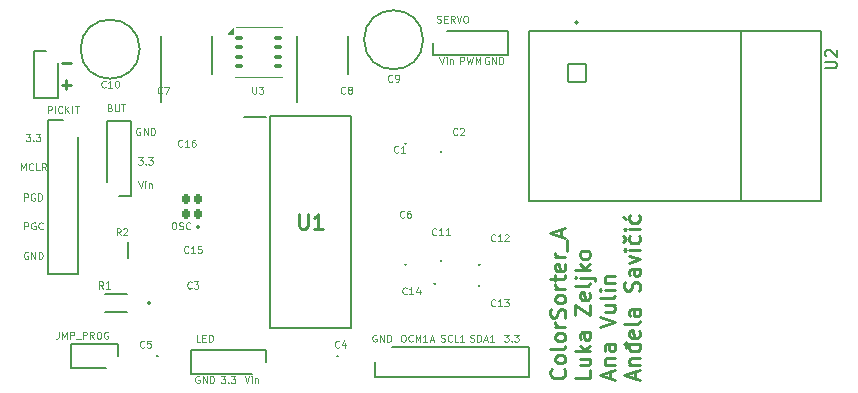
<source format=gto>
G04 #@! TF.GenerationSoftware,KiCad,Pcbnew,8.0.7*
G04 #@! TF.CreationDate,2025-01-30T16:18:45+01:00*
G04 #@! TF.ProjectId,schematics,73636865-6d61-4746-9963-732e6b696361,rev?*
G04 #@! TF.SameCoordinates,Original*
G04 #@! TF.FileFunction,Legend,Top*
G04 #@! TF.FilePolarity,Positive*
%FSLAX46Y46*%
G04 Gerber Fmt 4.6, Leading zero omitted, Abs format (unit mm)*
G04 Created by KiCad (PCBNEW 8.0.7) date 2025-01-30 16:18:45*
%MOMM*%
%LPD*%
G01*
G04 APERTURE LIST*
G04 Aperture macros list*
%AMRoundRect*
0 Rectangle with rounded corners*
0 $1 Rounding radius*
0 $2 $3 $4 $5 $6 $7 $8 $9 X,Y pos of 4 corners*
0 Add a 4 corners polygon primitive as box body*
4,1,4,$2,$3,$4,$5,$6,$7,$8,$9,$2,$3,0*
0 Add four circle primitives for the rounded corners*
1,1,$1+$1,$2,$3*
1,1,$1+$1,$4,$5*
1,1,$1+$1,$6,$7*
1,1,$1+$1,$8,$9*
0 Add four rect primitives between the rounded corners*
20,1,$1+$1,$2,$3,$4,$5,0*
20,1,$1+$1,$4,$5,$6,$7,0*
20,1,$1+$1,$6,$7,$8,$9,0*
20,1,$1+$1,$8,$9,$2,$3,0*%
G04 Aperture macros list end*
%ADD10C,0.100000*%
%ADD11C,0.250000*%
%ADD12C,0.150000*%
%ADD13C,0.254000*%
%ADD14C,0.200000*%
%ADD15C,0.127000*%
%ADD16C,0.120000*%
%ADD17R,0.470000X0.440000*%
%ADD18R,1.100000X1.100000*%
%ADD19C,1.100000*%
%ADD20R,1.200000X1.200000*%
%ADD21C,1.200000*%
%ADD22R,1.450000X1.150000*%
%ADD23R,1.150000X1.450000*%
%ADD24R,1.150000X1.700000*%
%ADD25RoundRect,0.102000X-0.750000X0.750000X-0.750000X-0.750000X0.750000X-0.750000X0.750000X0.750000X0*%
%ADD26C,1.704000*%
%ADD27RoundRect,0.180000X0.180000X0.230000X-0.180000X0.230000X-0.180000X-0.230000X0.180000X-0.230000X0*%
%ADD28R,1.650000X1.650000*%
%ADD29C,1.650000*%
%ADD30R,0.620000X0.620000*%
%ADD31R,1.850000X2.750000*%
%ADD32R,1.250000X1.500000*%
%ADD33RoundRect,0.100000X-0.225000X-0.100000X0.225000X-0.100000X0.225000X0.100000X-0.225000X0.100000X0*%
%ADD34R,2.200000X3.000000*%
%ADD35R,1.850000X0.650000*%
G04 APERTURE END LIST*
D10*
X153499999Y-76743800D02*
X153585714Y-76772371D01*
X153585714Y-76772371D02*
X153728571Y-76772371D01*
X153728571Y-76772371D02*
X153785714Y-76743800D01*
X153785714Y-76743800D02*
X153814285Y-76715228D01*
X153814285Y-76715228D02*
X153842856Y-76658085D01*
X153842856Y-76658085D02*
X153842856Y-76600942D01*
X153842856Y-76600942D02*
X153814285Y-76543800D01*
X153814285Y-76543800D02*
X153785714Y-76515228D01*
X153785714Y-76515228D02*
X153728571Y-76486657D01*
X153728571Y-76486657D02*
X153614285Y-76458085D01*
X153614285Y-76458085D02*
X153557142Y-76429514D01*
X153557142Y-76429514D02*
X153528571Y-76400942D01*
X153528571Y-76400942D02*
X153499999Y-76343800D01*
X153499999Y-76343800D02*
X153499999Y-76286657D01*
X153499999Y-76286657D02*
X153528571Y-76229514D01*
X153528571Y-76229514D02*
X153557142Y-76200942D01*
X153557142Y-76200942D02*
X153614285Y-76172371D01*
X153614285Y-76172371D02*
X153757142Y-76172371D01*
X153757142Y-76172371D02*
X153842856Y-76200942D01*
X154442857Y-76715228D02*
X154414285Y-76743800D01*
X154414285Y-76743800D02*
X154328571Y-76772371D01*
X154328571Y-76772371D02*
X154271428Y-76772371D01*
X154271428Y-76772371D02*
X154185714Y-76743800D01*
X154185714Y-76743800D02*
X154128571Y-76686657D01*
X154128571Y-76686657D02*
X154100000Y-76629514D01*
X154100000Y-76629514D02*
X154071428Y-76515228D01*
X154071428Y-76515228D02*
X154071428Y-76429514D01*
X154071428Y-76429514D02*
X154100000Y-76315228D01*
X154100000Y-76315228D02*
X154128571Y-76258085D01*
X154128571Y-76258085D02*
X154185714Y-76200942D01*
X154185714Y-76200942D02*
X154271428Y-76172371D01*
X154271428Y-76172371D02*
X154328571Y-76172371D01*
X154328571Y-76172371D02*
X154414285Y-76200942D01*
X154414285Y-76200942D02*
X154442857Y-76229514D01*
X154985714Y-76772371D02*
X154700000Y-76772371D01*
X154700000Y-76772371D02*
X154700000Y-76172371D01*
X155499999Y-76772371D02*
X155157142Y-76772371D01*
X155328571Y-76772371D02*
X155328571Y-76172371D01*
X155328571Y-76172371D02*
X155271428Y-76258085D01*
X155271428Y-76258085D02*
X155214285Y-76315228D01*
X155214285Y-76315228D02*
X155157142Y-76343800D01*
X158114285Y-68215228D02*
X158085713Y-68243800D01*
X158085713Y-68243800D02*
X157999999Y-68272371D01*
X157999999Y-68272371D02*
X157942856Y-68272371D01*
X157942856Y-68272371D02*
X157857142Y-68243800D01*
X157857142Y-68243800D02*
X157799999Y-68186657D01*
X157799999Y-68186657D02*
X157771428Y-68129514D01*
X157771428Y-68129514D02*
X157742856Y-68015228D01*
X157742856Y-68015228D02*
X157742856Y-67929514D01*
X157742856Y-67929514D02*
X157771428Y-67815228D01*
X157771428Y-67815228D02*
X157799999Y-67758085D01*
X157799999Y-67758085D02*
X157857142Y-67700942D01*
X157857142Y-67700942D02*
X157942856Y-67672371D01*
X157942856Y-67672371D02*
X157999999Y-67672371D01*
X157999999Y-67672371D02*
X158085713Y-67700942D01*
X158085713Y-67700942D02*
X158114285Y-67729514D01*
X158685713Y-68272371D02*
X158342856Y-68272371D01*
X158514285Y-68272371D02*
X158514285Y-67672371D01*
X158514285Y-67672371D02*
X158457142Y-67758085D01*
X158457142Y-67758085D02*
X158399999Y-67815228D01*
X158399999Y-67815228D02*
X158342856Y-67843800D01*
X158914285Y-67729514D02*
X158942857Y-67700942D01*
X158942857Y-67700942D02*
X159000000Y-67672371D01*
X159000000Y-67672371D02*
X159142857Y-67672371D01*
X159142857Y-67672371D02*
X159200000Y-67700942D01*
X159200000Y-67700942D02*
X159228571Y-67729514D01*
X159228571Y-67729514D02*
X159257142Y-67786657D01*
X159257142Y-67786657D02*
X159257142Y-67843800D01*
X159257142Y-67843800D02*
X159228571Y-67929514D01*
X159228571Y-67929514D02*
X158885714Y-68272371D01*
X158885714Y-68272371D02*
X159257142Y-68272371D01*
X120228572Y-57422371D02*
X120228572Y-56822371D01*
X120228572Y-56822371D02*
X120457143Y-56822371D01*
X120457143Y-56822371D02*
X120514286Y-56850942D01*
X120514286Y-56850942D02*
X120542857Y-56879514D01*
X120542857Y-56879514D02*
X120571429Y-56936657D01*
X120571429Y-56936657D02*
X120571429Y-57022371D01*
X120571429Y-57022371D02*
X120542857Y-57079514D01*
X120542857Y-57079514D02*
X120514286Y-57108085D01*
X120514286Y-57108085D02*
X120457143Y-57136657D01*
X120457143Y-57136657D02*
X120228572Y-57136657D01*
X120828572Y-57422371D02*
X120828572Y-56822371D01*
X121457143Y-57365228D02*
X121428571Y-57393800D01*
X121428571Y-57393800D02*
X121342857Y-57422371D01*
X121342857Y-57422371D02*
X121285714Y-57422371D01*
X121285714Y-57422371D02*
X121200000Y-57393800D01*
X121200000Y-57393800D02*
X121142857Y-57336657D01*
X121142857Y-57336657D02*
X121114286Y-57279514D01*
X121114286Y-57279514D02*
X121085714Y-57165228D01*
X121085714Y-57165228D02*
X121085714Y-57079514D01*
X121085714Y-57079514D02*
X121114286Y-56965228D01*
X121114286Y-56965228D02*
X121142857Y-56908085D01*
X121142857Y-56908085D02*
X121200000Y-56850942D01*
X121200000Y-56850942D02*
X121285714Y-56822371D01*
X121285714Y-56822371D02*
X121342857Y-56822371D01*
X121342857Y-56822371D02*
X121428571Y-56850942D01*
X121428571Y-56850942D02*
X121457143Y-56879514D01*
X121714286Y-57422371D02*
X121714286Y-56822371D01*
X122057143Y-57422371D02*
X121800000Y-57079514D01*
X122057143Y-56822371D02*
X121714286Y-57165228D01*
X122314286Y-57422371D02*
X122314286Y-56822371D01*
X122514285Y-56822371D02*
X122857143Y-56822371D01*
X122685714Y-57422371D02*
X122685714Y-56822371D01*
X148042857Y-76200942D02*
X147985715Y-76172371D01*
X147985715Y-76172371D02*
X147900000Y-76172371D01*
X147900000Y-76172371D02*
X147814286Y-76200942D01*
X147814286Y-76200942D02*
X147757143Y-76258085D01*
X147757143Y-76258085D02*
X147728572Y-76315228D01*
X147728572Y-76315228D02*
X147700000Y-76429514D01*
X147700000Y-76429514D02*
X147700000Y-76515228D01*
X147700000Y-76515228D02*
X147728572Y-76629514D01*
X147728572Y-76629514D02*
X147757143Y-76686657D01*
X147757143Y-76686657D02*
X147814286Y-76743800D01*
X147814286Y-76743800D02*
X147900000Y-76772371D01*
X147900000Y-76772371D02*
X147957143Y-76772371D01*
X147957143Y-76772371D02*
X148042857Y-76743800D01*
X148042857Y-76743800D02*
X148071429Y-76715228D01*
X148071429Y-76715228D02*
X148071429Y-76515228D01*
X148071429Y-76515228D02*
X147957143Y-76515228D01*
X148328572Y-76772371D02*
X148328572Y-76172371D01*
X148328572Y-76172371D02*
X148671429Y-76772371D01*
X148671429Y-76772371D02*
X148671429Y-76172371D01*
X148957143Y-76772371D02*
X148957143Y-76172371D01*
X148957143Y-76172371D02*
X149100000Y-76172371D01*
X149100000Y-76172371D02*
X149185714Y-76200942D01*
X149185714Y-76200942D02*
X149242857Y-76258085D01*
X149242857Y-76258085D02*
X149271428Y-76315228D01*
X149271428Y-76315228D02*
X149300000Y-76429514D01*
X149300000Y-76429514D02*
X149300000Y-76515228D01*
X149300000Y-76515228D02*
X149271428Y-76629514D01*
X149271428Y-76629514D02*
X149242857Y-76686657D01*
X149242857Y-76686657D02*
X149185714Y-76743800D01*
X149185714Y-76743800D02*
X149100000Y-76772371D01*
X149100000Y-76772371D02*
X148957143Y-76772371D01*
X126400000Y-67772371D02*
X126200000Y-67486657D01*
X126057143Y-67772371D02*
X126057143Y-67172371D01*
X126057143Y-67172371D02*
X126285714Y-67172371D01*
X126285714Y-67172371D02*
X126342857Y-67200942D01*
X126342857Y-67200942D02*
X126371428Y-67229514D01*
X126371428Y-67229514D02*
X126400000Y-67286657D01*
X126400000Y-67286657D02*
X126400000Y-67372371D01*
X126400000Y-67372371D02*
X126371428Y-67429514D01*
X126371428Y-67429514D02*
X126342857Y-67458085D01*
X126342857Y-67458085D02*
X126285714Y-67486657D01*
X126285714Y-67486657D02*
X126057143Y-67486657D01*
X126628571Y-67229514D02*
X126657143Y-67200942D01*
X126657143Y-67200942D02*
X126714286Y-67172371D01*
X126714286Y-67172371D02*
X126857143Y-67172371D01*
X126857143Y-67172371D02*
X126914286Y-67200942D01*
X126914286Y-67200942D02*
X126942857Y-67229514D01*
X126942857Y-67229514D02*
X126971428Y-67286657D01*
X126971428Y-67286657D02*
X126971428Y-67343800D01*
X126971428Y-67343800D02*
X126942857Y-67429514D01*
X126942857Y-67429514D02*
X126600000Y-67772371D01*
X126600000Y-67772371D02*
X126971428Y-67772371D01*
X118242857Y-67272371D02*
X118242857Y-66672371D01*
X118242857Y-66672371D02*
X118471428Y-66672371D01*
X118471428Y-66672371D02*
X118528571Y-66700942D01*
X118528571Y-66700942D02*
X118557142Y-66729514D01*
X118557142Y-66729514D02*
X118585714Y-66786657D01*
X118585714Y-66786657D02*
X118585714Y-66872371D01*
X118585714Y-66872371D02*
X118557142Y-66929514D01*
X118557142Y-66929514D02*
X118528571Y-66958085D01*
X118528571Y-66958085D02*
X118471428Y-66986657D01*
X118471428Y-66986657D02*
X118242857Y-66986657D01*
X119157142Y-66700942D02*
X119100000Y-66672371D01*
X119100000Y-66672371D02*
X119014285Y-66672371D01*
X119014285Y-66672371D02*
X118928571Y-66700942D01*
X118928571Y-66700942D02*
X118871428Y-66758085D01*
X118871428Y-66758085D02*
X118842857Y-66815228D01*
X118842857Y-66815228D02*
X118814285Y-66929514D01*
X118814285Y-66929514D02*
X118814285Y-67015228D01*
X118814285Y-67015228D02*
X118842857Y-67129514D01*
X118842857Y-67129514D02*
X118871428Y-67186657D01*
X118871428Y-67186657D02*
X118928571Y-67243800D01*
X118928571Y-67243800D02*
X119014285Y-67272371D01*
X119014285Y-67272371D02*
X119071428Y-67272371D01*
X119071428Y-67272371D02*
X119157142Y-67243800D01*
X119157142Y-67243800D02*
X119185714Y-67215228D01*
X119185714Y-67215228D02*
X119185714Y-67015228D01*
X119185714Y-67015228D02*
X119071428Y-67015228D01*
X119785714Y-67215228D02*
X119757142Y-67243800D01*
X119757142Y-67243800D02*
X119671428Y-67272371D01*
X119671428Y-67272371D02*
X119614285Y-67272371D01*
X119614285Y-67272371D02*
X119528571Y-67243800D01*
X119528571Y-67243800D02*
X119471428Y-67186657D01*
X119471428Y-67186657D02*
X119442857Y-67129514D01*
X119442857Y-67129514D02*
X119414285Y-67015228D01*
X119414285Y-67015228D02*
X119414285Y-66929514D01*
X119414285Y-66929514D02*
X119442857Y-66815228D01*
X119442857Y-66815228D02*
X119471428Y-66758085D01*
X119471428Y-66758085D02*
X119528571Y-66700942D01*
X119528571Y-66700942D02*
X119614285Y-66672371D01*
X119614285Y-66672371D02*
X119671428Y-66672371D01*
X119671428Y-66672371D02*
X119757142Y-66700942D01*
X119757142Y-66700942D02*
X119785714Y-66729514D01*
X145400000Y-55715228D02*
X145371428Y-55743800D01*
X145371428Y-55743800D02*
X145285714Y-55772371D01*
X145285714Y-55772371D02*
X145228571Y-55772371D01*
X145228571Y-55772371D02*
X145142857Y-55743800D01*
X145142857Y-55743800D02*
X145085714Y-55686657D01*
X145085714Y-55686657D02*
X145057143Y-55629514D01*
X145057143Y-55629514D02*
X145028571Y-55515228D01*
X145028571Y-55515228D02*
X145028571Y-55429514D01*
X145028571Y-55429514D02*
X145057143Y-55315228D01*
X145057143Y-55315228D02*
X145085714Y-55258085D01*
X145085714Y-55258085D02*
X145142857Y-55200942D01*
X145142857Y-55200942D02*
X145228571Y-55172371D01*
X145228571Y-55172371D02*
X145285714Y-55172371D01*
X145285714Y-55172371D02*
X145371428Y-55200942D01*
X145371428Y-55200942D02*
X145400000Y-55229514D01*
X145742857Y-55429514D02*
X145685714Y-55400942D01*
X145685714Y-55400942D02*
X145657143Y-55372371D01*
X145657143Y-55372371D02*
X145628571Y-55315228D01*
X145628571Y-55315228D02*
X145628571Y-55286657D01*
X145628571Y-55286657D02*
X145657143Y-55229514D01*
X145657143Y-55229514D02*
X145685714Y-55200942D01*
X145685714Y-55200942D02*
X145742857Y-55172371D01*
X145742857Y-55172371D02*
X145857143Y-55172371D01*
X145857143Y-55172371D02*
X145914286Y-55200942D01*
X145914286Y-55200942D02*
X145942857Y-55229514D01*
X145942857Y-55229514D02*
X145971428Y-55286657D01*
X145971428Y-55286657D02*
X145971428Y-55315228D01*
X145971428Y-55315228D02*
X145942857Y-55372371D01*
X145942857Y-55372371D02*
X145914286Y-55400942D01*
X145914286Y-55400942D02*
X145857143Y-55429514D01*
X145857143Y-55429514D02*
X145742857Y-55429514D01*
X145742857Y-55429514D02*
X145685714Y-55458085D01*
X145685714Y-55458085D02*
X145657143Y-55486657D01*
X145657143Y-55486657D02*
X145628571Y-55543800D01*
X145628571Y-55543800D02*
X145628571Y-55658085D01*
X145628571Y-55658085D02*
X145657143Y-55715228D01*
X145657143Y-55715228D02*
X145685714Y-55743800D01*
X145685714Y-55743800D02*
X145742857Y-55772371D01*
X145742857Y-55772371D02*
X145857143Y-55772371D01*
X145857143Y-55772371D02*
X145914286Y-55743800D01*
X145914286Y-55743800D02*
X145942857Y-55715228D01*
X145942857Y-55715228D02*
X145971428Y-55658085D01*
X145971428Y-55658085D02*
X145971428Y-55543800D01*
X145971428Y-55543800D02*
X145942857Y-55486657D01*
X145942857Y-55486657D02*
X145914286Y-55458085D01*
X145914286Y-55458085D02*
X145857143Y-55429514D01*
X150614285Y-72715228D02*
X150585713Y-72743800D01*
X150585713Y-72743800D02*
X150499999Y-72772371D01*
X150499999Y-72772371D02*
X150442856Y-72772371D01*
X150442856Y-72772371D02*
X150357142Y-72743800D01*
X150357142Y-72743800D02*
X150299999Y-72686657D01*
X150299999Y-72686657D02*
X150271428Y-72629514D01*
X150271428Y-72629514D02*
X150242856Y-72515228D01*
X150242856Y-72515228D02*
X150242856Y-72429514D01*
X150242856Y-72429514D02*
X150271428Y-72315228D01*
X150271428Y-72315228D02*
X150299999Y-72258085D01*
X150299999Y-72258085D02*
X150357142Y-72200942D01*
X150357142Y-72200942D02*
X150442856Y-72172371D01*
X150442856Y-72172371D02*
X150499999Y-72172371D01*
X150499999Y-72172371D02*
X150585713Y-72200942D01*
X150585713Y-72200942D02*
X150614285Y-72229514D01*
X151185713Y-72772371D02*
X150842856Y-72772371D01*
X151014285Y-72772371D02*
X151014285Y-72172371D01*
X151014285Y-72172371D02*
X150957142Y-72258085D01*
X150957142Y-72258085D02*
X150899999Y-72315228D01*
X150899999Y-72315228D02*
X150842856Y-72343800D01*
X151700000Y-72372371D02*
X151700000Y-72772371D01*
X151557142Y-72143800D02*
X151414285Y-72572371D01*
X151414285Y-72572371D02*
X151785714Y-72572371D01*
X157542857Y-52700942D02*
X157485715Y-52672371D01*
X157485715Y-52672371D02*
X157400000Y-52672371D01*
X157400000Y-52672371D02*
X157314286Y-52700942D01*
X157314286Y-52700942D02*
X157257143Y-52758085D01*
X157257143Y-52758085D02*
X157228572Y-52815228D01*
X157228572Y-52815228D02*
X157200000Y-52929514D01*
X157200000Y-52929514D02*
X157200000Y-53015228D01*
X157200000Y-53015228D02*
X157228572Y-53129514D01*
X157228572Y-53129514D02*
X157257143Y-53186657D01*
X157257143Y-53186657D02*
X157314286Y-53243800D01*
X157314286Y-53243800D02*
X157400000Y-53272371D01*
X157400000Y-53272371D02*
X157457143Y-53272371D01*
X157457143Y-53272371D02*
X157542857Y-53243800D01*
X157542857Y-53243800D02*
X157571429Y-53215228D01*
X157571429Y-53215228D02*
X157571429Y-53015228D01*
X157571429Y-53015228D02*
X157457143Y-53015228D01*
X157828572Y-53272371D02*
X157828572Y-52672371D01*
X157828572Y-52672371D02*
X158171429Y-53272371D01*
X158171429Y-53272371D02*
X158171429Y-52672371D01*
X158457143Y-53272371D02*
X158457143Y-52672371D01*
X158457143Y-52672371D02*
X158600000Y-52672371D01*
X158600000Y-52672371D02*
X158685714Y-52700942D01*
X158685714Y-52700942D02*
X158742857Y-52758085D01*
X158742857Y-52758085D02*
X158771428Y-52815228D01*
X158771428Y-52815228D02*
X158800000Y-52929514D01*
X158800000Y-52929514D02*
X158800000Y-53015228D01*
X158800000Y-53015228D02*
X158771428Y-53129514D01*
X158771428Y-53129514D02*
X158742857Y-53186657D01*
X158742857Y-53186657D02*
X158685714Y-53243800D01*
X158685714Y-53243800D02*
X158600000Y-53272371D01*
X158600000Y-53272371D02*
X158457143Y-53272371D01*
X118542857Y-69200942D02*
X118485715Y-69172371D01*
X118485715Y-69172371D02*
X118400000Y-69172371D01*
X118400000Y-69172371D02*
X118314286Y-69200942D01*
X118314286Y-69200942D02*
X118257143Y-69258085D01*
X118257143Y-69258085D02*
X118228572Y-69315228D01*
X118228572Y-69315228D02*
X118200000Y-69429514D01*
X118200000Y-69429514D02*
X118200000Y-69515228D01*
X118200000Y-69515228D02*
X118228572Y-69629514D01*
X118228572Y-69629514D02*
X118257143Y-69686657D01*
X118257143Y-69686657D02*
X118314286Y-69743800D01*
X118314286Y-69743800D02*
X118400000Y-69772371D01*
X118400000Y-69772371D02*
X118457143Y-69772371D01*
X118457143Y-69772371D02*
X118542857Y-69743800D01*
X118542857Y-69743800D02*
X118571429Y-69715228D01*
X118571429Y-69715228D02*
X118571429Y-69515228D01*
X118571429Y-69515228D02*
X118457143Y-69515228D01*
X118828572Y-69772371D02*
X118828572Y-69172371D01*
X118828572Y-69172371D02*
X119171429Y-69772371D01*
X119171429Y-69772371D02*
X119171429Y-69172371D01*
X119457143Y-69772371D02*
X119457143Y-69172371D01*
X119457143Y-69172371D02*
X119600000Y-69172371D01*
X119600000Y-69172371D02*
X119685714Y-69200942D01*
X119685714Y-69200942D02*
X119742857Y-69258085D01*
X119742857Y-69258085D02*
X119771428Y-69315228D01*
X119771428Y-69315228D02*
X119800000Y-69429514D01*
X119800000Y-69429514D02*
X119800000Y-69515228D01*
X119800000Y-69515228D02*
X119771428Y-69629514D01*
X119771428Y-69629514D02*
X119742857Y-69686657D01*
X119742857Y-69686657D02*
X119685714Y-69743800D01*
X119685714Y-69743800D02*
X119600000Y-69772371D01*
X119600000Y-69772371D02*
X119457143Y-69772371D01*
D11*
X163925314Y-79083146D02*
X163987219Y-79145050D01*
X163987219Y-79145050D02*
X164049123Y-79330765D01*
X164049123Y-79330765D02*
X164049123Y-79454574D01*
X164049123Y-79454574D02*
X163987219Y-79640288D01*
X163987219Y-79640288D02*
X163863409Y-79764098D01*
X163863409Y-79764098D02*
X163739599Y-79826003D01*
X163739599Y-79826003D02*
X163491980Y-79887907D01*
X163491980Y-79887907D02*
X163306266Y-79887907D01*
X163306266Y-79887907D02*
X163058647Y-79826003D01*
X163058647Y-79826003D02*
X162934838Y-79764098D01*
X162934838Y-79764098D02*
X162811028Y-79640288D01*
X162811028Y-79640288D02*
X162749123Y-79454574D01*
X162749123Y-79454574D02*
X162749123Y-79330765D01*
X162749123Y-79330765D02*
X162811028Y-79145050D01*
X162811028Y-79145050D02*
X162872933Y-79083146D01*
X164049123Y-78340288D02*
X163987219Y-78464098D01*
X163987219Y-78464098D02*
X163925314Y-78526003D01*
X163925314Y-78526003D02*
X163801504Y-78587907D01*
X163801504Y-78587907D02*
X163430076Y-78587907D01*
X163430076Y-78587907D02*
X163306266Y-78526003D01*
X163306266Y-78526003D02*
X163244361Y-78464098D01*
X163244361Y-78464098D02*
X163182457Y-78340288D01*
X163182457Y-78340288D02*
X163182457Y-78154574D01*
X163182457Y-78154574D02*
X163244361Y-78030765D01*
X163244361Y-78030765D02*
X163306266Y-77968860D01*
X163306266Y-77968860D02*
X163430076Y-77906955D01*
X163430076Y-77906955D02*
X163801504Y-77906955D01*
X163801504Y-77906955D02*
X163925314Y-77968860D01*
X163925314Y-77968860D02*
X163987219Y-78030765D01*
X163987219Y-78030765D02*
X164049123Y-78154574D01*
X164049123Y-78154574D02*
X164049123Y-78340288D01*
X164049123Y-77164098D02*
X163987219Y-77287908D01*
X163987219Y-77287908D02*
X163863409Y-77349813D01*
X163863409Y-77349813D02*
X162749123Y-77349813D01*
X164049123Y-76483146D02*
X163987219Y-76606956D01*
X163987219Y-76606956D02*
X163925314Y-76668861D01*
X163925314Y-76668861D02*
X163801504Y-76730765D01*
X163801504Y-76730765D02*
X163430076Y-76730765D01*
X163430076Y-76730765D02*
X163306266Y-76668861D01*
X163306266Y-76668861D02*
X163244361Y-76606956D01*
X163244361Y-76606956D02*
X163182457Y-76483146D01*
X163182457Y-76483146D02*
X163182457Y-76297432D01*
X163182457Y-76297432D02*
X163244361Y-76173623D01*
X163244361Y-76173623D02*
X163306266Y-76111718D01*
X163306266Y-76111718D02*
X163430076Y-76049813D01*
X163430076Y-76049813D02*
X163801504Y-76049813D01*
X163801504Y-76049813D02*
X163925314Y-76111718D01*
X163925314Y-76111718D02*
X163987219Y-76173623D01*
X163987219Y-76173623D02*
X164049123Y-76297432D01*
X164049123Y-76297432D02*
X164049123Y-76483146D01*
X164049123Y-75492671D02*
X163182457Y-75492671D01*
X163430076Y-75492671D02*
X163306266Y-75430766D01*
X163306266Y-75430766D02*
X163244361Y-75368861D01*
X163244361Y-75368861D02*
X163182457Y-75245052D01*
X163182457Y-75245052D02*
X163182457Y-75121242D01*
X163987219Y-74749813D02*
X164049123Y-74564099D01*
X164049123Y-74564099D02*
X164049123Y-74254575D01*
X164049123Y-74254575D02*
X163987219Y-74130766D01*
X163987219Y-74130766D02*
X163925314Y-74068861D01*
X163925314Y-74068861D02*
X163801504Y-74006956D01*
X163801504Y-74006956D02*
X163677695Y-74006956D01*
X163677695Y-74006956D02*
X163553885Y-74068861D01*
X163553885Y-74068861D02*
X163491980Y-74130766D01*
X163491980Y-74130766D02*
X163430076Y-74254575D01*
X163430076Y-74254575D02*
X163368171Y-74502194D01*
X163368171Y-74502194D02*
X163306266Y-74626004D01*
X163306266Y-74626004D02*
X163244361Y-74687909D01*
X163244361Y-74687909D02*
X163120552Y-74749813D01*
X163120552Y-74749813D02*
X162996742Y-74749813D01*
X162996742Y-74749813D02*
X162872933Y-74687909D01*
X162872933Y-74687909D02*
X162811028Y-74626004D01*
X162811028Y-74626004D02*
X162749123Y-74502194D01*
X162749123Y-74502194D02*
X162749123Y-74192671D01*
X162749123Y-74192671D02*
X162811028Y-74006956D01*
X164049123Y-73264099D02*
X163987219Y-73387909D01*
X163987219Y-73387909D02*
X163925314Y-73449814D01*
X163925314Y-73449814D02*
X163801504Y-73511718D01*
X163801504Y-73511718D02*
X163430076Y-73511718D01*
X163430076Y-73511718D02*
X163306266Y-73449814D01*
X163306266Y-73449814D02*
X163244361Y-73387909D01*
X163244361Y-73387909D02*
X163182457Y-73264099D01*
X163182457Y-73264099D02*
X163182457Y-73078385D01*
X163182457Y-73078385D02*
X163244361Y-72954576D01*
X163244361Y-72954576D02*
X163306266Y-72892671D01*
X163306266Y-72892671D02*
X163430076Y-72830766D01*
X163430076Y-72830766D02*
X163801504Y-72830766D01*
X163801504Y-72830766D02*
X163925314Y-72892671D01*
X163925314Y-72892671D02*
X163987219Y-72954576D01*
X163987219Y-72954576D02*
X164049123Y-73078385D01*
X164049123Y-73078385D02*
X164049123Y-73264099D01*
X164049123Y-72273624D02*
X163182457Y-72273624D01*
X163430076Y-72273624D02*
X163306266Y-72211719D01*
X163306266Y-72211719D02*
X163244361Y-72149814D01*
X163244361Y-72149814D02*
X163182457Y-72026005D01*
X163182457Y-72026005D02*
X163182457Y-71902195D01*
X163182457Y-71654576D02*
X163182457Y-71159338D01*
X162749123Y-71468862D02*
X163863409Y-71468862D01*
X163863409Y-71468862D02*
X163987219Y-71406957D01*
X163987219Y-71406957D02*
X164049123Y-71283147D01*
X164049123Y-71283147D02*
X164049123Y-71159338D01*
X163987219Y-70230767D02*
X164049123Y-70354576D01*
X164049123Y-70354576D02*
X164049123Y-70602195D01*
X164049123Y-70602195D02*
X163987219Y-70726005D01*
X163987219Y-70726005D02*
X163863409Y-70787909D01*
X163863409Y-70787909D02*
X163368171Y-70787909D01*
X163368171Y-70787909D02*
X163244361Y-70726005D01*
X163244361Y-70726005D02*
X163182457Y-70602195D01*
X163182457Y-70602195D02*
X163182457Y-70354576D01*
X163182457Y-70354576D02*
X163244361Y-70230767D01*
X163244361Y-70230767D02*
X163368171Y-70168862D01*
X163368171Y-70168862D02*
X163491980Y-70168862D01*
X163491980Y-70168862D02*
X163615790Y-70787909D01*
X164049123Y-69611719D02*
X163182457Y-69611719D01*
X163430076Y-69611719D02*
X163306266Y-69549814D01*
X163306266Y-69549814D02*
X163244361Y-69487909D01*
X163244361Y-69487909D02*
X163182457Y-69364100D01*
X163182457Y-69364100D02*
X163182457Y-69240290D01*
X164172933Y-69116481D02*
X164172933Y-68126004D01*
X163677695Y-67878385D02*
X163677695Y-67259338D01*
X164049123Y-68002195D02*
X162749123Y-67568862D01*
X162749123Y-67568862D02*
X164049123Y-67135528D01*
X166142050Y-79206955D02*
X166142050Y-79826003D01*
X166142050Y-79826003D02*
X164842050Y-79826003D01*
X165275384Y-78216479D02*
X166142050Y-78216479D01*
X165275384Y-78773622D02*
X165956336Y-78773622D01*
X165956336Y-78773622D02*
X166080146Y-78711717D01*
X166080146Y-78711717D02*
X166142050Y-78587907D01*
X166142050Y-78587907D02*
X166142050Y-78402193D01*
X166142050Y-78402193D02*
X166080146Y-78278384D01*
X166080146Y-78278384D02*
X166018241Y-78216479D01*
X166142050Y-77597432D02*
X164842050Y-77597432D01*
X165646812Y-77473622D02*
X166142050Y-77102194D01*
X165275384Y-77102194D02*
X165770622Y-77597432D01*
X166142050Y-75987908D02*
X165461098Y-75987908D01*
X165461098Y-75987908D02*
X165337288Y-76049813D01*
X165337288Y-76049813D02*
X165275384Y-76173622D01*
X165275384Y-76173622D02*
X165275384Y-76421241D01*
X165275384Y-76421241D02*
X165337288Y-76545051D01*
X166080146Y-75987908D02*
X166142050Y-76111717D01*
X166142050Y-76111717D02*
X166142050Y-76421241D01*
X166142050Y-76421241D02*
X166080146Y-76545051D01*
X166080146Y-76545051D02*
X165956336Y-76606955D01*
X165956336Y-76606955D02*
X165832526Y-76606955D01*
X165832526Y-76606955D02*
X165708717Y-76545051D01*
X165708717Y-76545051D02*
X165646812Y-76421241D01*
X165646812Y-76421241D02*
X165646812Y-76111717D01*
X165646812Y-76111717D02*
X165584907Y-75987908D01*
X164842050Y-74502194D02*
X164842050Y-73635528D01*
X164842050Y-73635528D02*
X166142050Y-74502194D01*
X166142050Y-74502194D02*
X166142050Y-73635528D01*
X166080146Y-72645052D02*
X166142050Y-72768861D01*
X166142050Y-72768861D02*
X166142050Y-73016480D01*
X166142050Y-73016480D02*
X166080146Y-73140290D01*
X166080146Y-73140290D02*
X165956336Y-73202194D01*
X165956336Y-73202194D02*
X165461098Y-73202194D01*
X165461098Y-73202194D02*
X165337288Y-73140290D01*
X165337288Y-73140290D02*
X165275384Y-73016480D01*
X165275384Y-73016480D02*
X165275384Y-72768861D01*
X165275384Y-72768861D02*
X165337288Y-72645052D01*
X165337288Y-72645052D02*
X165461098Y-72583147D01*
X165461098Y-72583147D02*
X165584907Y-72583147D01*
X165584907Y-72583147D02*
X165708717Y-73202194D01*
X166142050Y-71840289D02*
X166080146Y-71964099D01*
X166080146Y-71964099D02*
X165956336Y-72026004D01*
X165956336Y-72026004D02*
X164842050Y-72026004D01*
X165275384Y-71345052D02*
X166389669Y-71345052D01*
X166389669Y-71345052D02*
X166513479Y-71406956D01*
X166513479Y-71406956D02*
X166575384Y-71530766D01*
X166575384Y-71530766D02*
X166575384Y-71592671D01*
X164842050Y-71345052D02*
X164903955Y-71406956D01*
X164903955Y-71406956D02*
X164965860Y-71345052D01*
X164965860Y-71345052D02*
X164903955Y-71283147D01*
X164903955Y-71283147D02*
X164842050Y-71345052D01*
X164842050Y-71345052D02*
X164965860Y-71345052D01*
X166142050Y-70726004D02*
X164842050Y-70726004D01*
X165646812Y-70602194D02*
X166142050Y-70230766D01*
X165275384Y-70230766D02*
X165770622Y-70726004D01*
X166142050Y-69487908D02*
X166080146Y-69611718D01*
X166080146Y-69611718D02*
X166018241Y-69673623D01*
X166018241Y-69673623D02*
X165894431Y-69735527D01*
X165894431Y-69735527D02*
X165523003Y-69735527D01*
X165523003Y-69735527D02*
X165399193Y-69673623D01*
X165399193Y-69673623D02*
X165337288Y-69611718D01*
X165337288Y-69611718D02*
X165275384Y-69487908D01*
X165275384Y-69487908D02*
X165275384Y-69302194D01*
X165275384Y-69302194D02*
X165337288Y-69178385D01*
X165337288Y-69178385D02*
X165399193Y-69116480D01*
X165399193Y-69116480D02*
X165523003Y-69054575D01*
X165523003Y-69054575D02*
X165894431Y-69054575D01*
X165894431Y-69054575D02*
X166018241Y-69116480D01*
X166018241Y-69116480D02*
X166080146Y-69178385D01*
X166080146Y-69178385D02*
X166142050Y-69302194D01*
X166142050Y-69302194D02*
X166142050Y-69487908D01*
X167863549Y-79887907D02*
X167863549Y-79268860D01*
X168234977Y-80011717D02*
X166934977Y-79578384D01*
X166934977Y-79578384D02*
X168234977Y-79145050D01*
X167368311Y-78711717D02*
X168234977Y-78711717D01*
X167492120Y-78711717D02*
X167430215Y-78649812D01*
X167430215Y-78649812D02*
X167368311Y-78526002D01*
X167368311Y-78526002D02*
X167368311Y-78340288D01*
X167368311Y-78340288D02*
X167430215Y-78216479D01*
X167430215Y-78216479D02*
X167554025Y-78154574D01*
X167554025Y-78154574D02*
X168234977Y-78154574D01*
X168234977Y-76978384D02*
X167554025Y-76978384D01*
X167554025Y-76978384D02*
X167430215Y-77040289D01*
X167430215Y-77040289D02*
X167368311Y-77164098D01*
X167368311Y-77164098D02*
X167368311Y-77411717D01*
X167368311Y-77411717D02*
X167430215Y-77535527D01*
X168173073Y-76978384D02*
X168234977Y-77102193D01*
X168234977Y-77102193D02*
X168234977Y-77411717D01*
X168234977Y-77411717D02*
X168173073Y-77535527D01*
X168173073Y-77535527D02*
X168049263Y-77597431D01*
X168049263Y-77597431D02*
X167925453Y-77597431D01*
X167925453Y-77597431D02*
X167801644Y-77535527D01*
X167801644Y-77535527D02*
X167739739Y-77411717D01*
X167739739Y-77411717D02*
X167739739Y-77102193D01*
X167739739Y-77102193D02*
X167677834Y-76978384D01*
X166934977Y-75554575D02*
X168234977Y-75121242D01*
X168234977Y-75121242D02*
X166934977Y-74687908D01*
X167368311Y-73697432D02*
X168234977Y-73697432D01*
X167368311Y-74254575D02*
X168049263Y-74254575D01*
X168049263Y-74254575D02*
X168173073Y-74192670D01*
X168173073Y-74192670D02*
X168234977Y-74068860D01*
X168234977Y-74068860D02*
X168234977Y-73883146D01*
X168234977Y-73883146D02*
X168173073Y-73759337D01*
X168173073Y-73759337D02*
X168111168Y-73697432D01*
X168234977Y-72892670D02*
X168173073Y-73016480D01*
X168173073Y-73016480D02*
X168049263Y-73078385D01*
X168049263Y-73078385D02*
X166934977Y-73078385D01*
X168234977Y-72397433D02*
X167368311Y-72397433D01*
X166934977Y-72397433D02*
X166996882Y-72459337D01*
X166996882Y-72459337D02*
X167058787Y-72397433D01*
X167058787Y-72397433D02*
X166996882Y-72335528D01*
X166996882Y-72335528D02*
X166934977Y-72397433D01*
X166934977Y-72397433D02*
X167058787Y-72397433D01*
X167368311Y-71778385D02*
X168234977Y-71778385D01*
X167492120Y-71778385D02*
X167430215Y-71716480D01*
X167430215Y-71716480D02*
X167368311Y-71592670D01*
X167368311Y-71592670D02*
X167368311Y-71406956D01*
X167368311Y-71406956D02*
X167430215Y-71283147D01*
X167430215Y-71283147D02*
X167554025Y-71221242D01*
X167554025Y-71221242D02*
X168234977Y-71221242D01*
X169956476Y-79887907D02*
X169956476Y-79268860D01*
X170327904Y-80011717D02*
X169027904Y-79578384D01*
X169027904Y-79578384D02*
X170327904Y-79145050D01*
X169461238Y-78711717D02*
X170327904Y-78711717D01*
X169585047Y-78711717D02*
X169523142Y-78649812D01*
X169523142Y-78649812D02*
X169461238Y-78526002D01*
X169461238Y-78526002D02*
X169461238Y-78340288D01*
X169461238Y-78340288D02*
X169523142Y-78216479D01*
X169523142Y-78216479D02*
X169646952Y-78154574D01*
X169646952Y-78154574D02*
X170327904Y-78154574D01*
X170327904Y-76978384D02*
X169027904Y-76978384D01*
X170266000Y-76978384D02*
X170327904Y-77102193D01*
X170327904Y-77102193D02*
X170327904Y-77349812D01*
X170327904Y-77349812D02*
X170266000Y-77473622D01*
X170266000Y-77473622D02*
X170204095Y-77535527D01*
X170204095Y-77535527D02*
X170080285Y-77597431D01*
X170080285Y-77597431D02*
X169708857Y-77597431D01*
X169708857Y-77597431D02*
X169585047Y-77535527D01*
X169585047Y-77535527D02*
X169523142Y-77473622D01*
X169523142Y-77473622D02*
X169461238Y-77349812D01*
X169461238Y-77349812D02*
X169461238Y-77102193D01*
X169461238Y-77102193D02*
X169523142Y-76978384D01*
X169151714Y-77287908D02*
X169151714Y-76792670D01*
X170266000Y-75864099D02*
X170327904Y-75987908D01*
X170327904Y-75987908D02*
X170327904Y-76235527D01*
X170327904Y-76235527D02*
X170266000Y-76359337D01*
X170266000Y-76359337D02*
X170142190Y-76421241D01*
X170142190Y-76421241D02*
X169646952Y-76421241D01*
X169646952Y-76421241D02*
X169523142Y-76359337D01*
X169523142Y-76359337D02*
X169461238Y-76235527D01*
X169461238Y-76235527D02*
X169461238Y-75987908D01*
X169461238Y-75987908D02*
X169523142Y-75864099D01*
X169523142Y-75864099D02*
X169646952Y-75802194D01*
X169646952Y-75802194D02*
X169770761Y-75802194D01*
X169770761Y-75802194D02*
X169894571Y-76421241D01*
X170327904Y-75059336D02*
X170266000Y-75183146D01*
X170266000Y-75183146D02*
X170142190Y-75245051D01*
X170142190Y-75245051D02*
X169027904Y-75245051D01*
X170327904Y-74006956D02*
X169646952Y-74006956D01*
X169646952Y-74006956D02*
X169523142Y-74068861D01*
X169523142Y-74068861D02*
X169461238Y-74192670D01*
X169461238Y-74192670D02*
X169461238Y-74440289D01*
X169461238Y-74440289D02*
X169523142Y-74564099D01*
X170266000Y-74006956D02*
X170327904Y-74130765D01*
X170327904Y-74130765D02*
X170327904Y-74440289D01*
X170327904Y-74440289D02*
X170266000Y-74564099D01*
X170266000Y-74564099D02*
X170142190Y-74626003D01*
X170142190Y-74626003D02*
X170018380Y-74626003D01*
X170018380Y-74626003D02*
X169894571Y-74564099D01*
X169894571Y-74564099D02*
X169832666Y-74440289D01*
X169832666Y-74440289D02*
X169832666Y-74130765D01*
X169832666Y-74130765D02*
X169770761Y-74006956D01*
X170266000Y-72459337D02*
X170327904Y-72273623D01*
X170327904Y-72273623D02*
X170327904Y-71964099D01*
X170327904Y-71964099D02*
X170266000Y-71840290D01*
X170266000Y-71840290D02*
X170204095Y-71778385D01*
X170204095Y-71778385D02*
X170080285Y-71716480D01*
X170080285Y-71716480D02*
X169956476Y-71716480D01*
X169956476Y-71716480D02*
X169832666Y-71778385D01*
X169832666Y-71778385D02*
X169770761Y-71840290D01*
X169770761Y-71840290D02*
X169708857Y-71964099D01*
X169708857Y-71964099D02*
X169646952Y-72211718D01*
X169646952Y-72211718D02*
X169585047Y-72335528D01*
X169585047Y-72335528D02*
X169523142Y-72397433D01*
X169523142Y-72397433D02*
X169399333Y-72459337D01*
X169399333Y-72459337D02*
X169275523Y-72459337D01*
X169275523Y-72459337D02*
X169151714Y-72397433D01*
X169151714Y-72397433D02*
X169089809Y-72335528D01*
X169089809Y-72335528D02*
X169027904Y-72211718D01*
X169027904Y-72211718D02*
X169027904Y-71902195D01*
X169027904Y-71902195D02*
X169089809Y-71716480D01*
X170327904Y-70602195D02*
X169646952Y-70602195D01*
X169646952Y-70602195D02*
X169523142Y-70664100D01*
X169523142Y-70664100D02*
X169461238Y-70787909D01*
X169461238Y-70787909D02*
X169461238Y-71035528D01*
X169461238Y-71035528D02*
X169523142Y-71159338D01*
X170266000Y-70602195D02*
X170327904Y-70726004D01*
X170327904Y-70726004D02*
X170327904Y-71035528D01*
X170327904Y-71035528D02*
X170266000Y-71159338D01*
X170266000Y-71159338D02*
X170142190Y-71221242D01*
X170142190Y-71221242D02*
X170018380Y-71221242D01*
X170018380Y-71221242D02*
X169894571Y-71159338D01*
X169894571Y-71159338D02*
X169832666Y-71035528D01*
X169832666Y-71035528D02*
X169832666Y-70726004D01*
X169832666Y-70726004D02*
X169770761Y-70602195D01*
X169461238Y-70106957D02*
X170327904Y-69797433D01*
X170327904Y-69797433D02*
X169461238Y-69487910D01*
X170327904Y-68992672D02*
X169461238Y-68992672D01*
X169027904Y-68992672D02*
X169089809Y-69054576D01*
X169089809Y-69054576D02*
X169151714Y-68992672D01*
X169151714Y-68992672D02*
X169089809Y-68930767D01*
X169089809Y-68930767D02*
X169027904Y-68992672D01*
X169027904Y-68992672D02*
X169151714Y-68992672D01*
X170266000Y-67816481D02*
X170327904Y-67940290D01*
X170327904Y-67940290D02*
X170327904Y-68187909D01*
X170327904Y-68187909D02*
X170266000Y-68311719D01*
X170266000Y-68311719D02*
X170204095Y-68373624D01*
X170204095Y-68373624D02*
X170080285Y-68435528D01*
X170080285Y-68435528D02*
X169708857Y-68435528D01*
X169708857Y-68435528D02*
X169585047Y-68373624D01*
X169585047Y-68373624D02*
X169523142Y-68311719D01*
X169523142Y-68311719D02*
X169461238Y-68187909D01*
X169461238Y-68187909D02*
X169461238Y-67940290D01*
X169461238Y-67940290D02*
X169523142Y-67816481D01*
X168966000Y-68311719D02*
X169151714Y-68064100D01*
X169151714Y-68064100D02*
X168966000Y-67816481D01*
X170327904Y-67259338D02*
X169461238Y-67259338D01*
X169027904Y-67259338D02*
X169089809Y-67321242D01*
X169089809Y-67321242D02*
X169151714Y-67259338D01*
X169151714Y-67259338D02*
X169089809Y-67197433D01*
X169089809Y-67197433D02*
X169027904Y-67259338D01*
X169027904Y-67259338D02*
X169151714Y-67259338D01*
X170266000Y-66083147D02*
X170327904Y-66206956D01*
X170327904Y-66206956D02*
X170327904Y-66454575D01*
X170327904Y-66454575D02*
X170266000Y-66578385D01*
X170266000Y-66578385D02*
X170204095Y-66640290D01*
X170204095Y-66640290D02*
X170080285Y-66702194D01*
X170080285Y-66702194D02*
X169708857Y-66702194D01*
X169708857Y-66702194D02*
X169585047Y-66640290D01*
X169585047Y-66640290D02*
X169523142Y-66578385D01*
X169523142Y-66578385D02*
X169461238Y-66454575D01*
X169461238Y-66454575D02*
X169461238Y-66206956D01*
X169461238Y-66206956D02*
X169523142Y-66083147D01*
X168966000Y-66206956D02*
X169151714Y-66392671D01*
D10*
X154900000Y-59215228D02*
X154871428Y-59243800D01*
X154871428Y-59243800D02*
X154785714Y-59272371D01*
X154785714Y-59272371D02*
X154728571Y-59272371D01*
X154728571Y-59272371D02*
X154642857Y-59243800D01*
X154642857Y-59243800D02*
X154585714Y-59186657D01*
X154585714Y-59186657D02*
X154557143Y-59129514D01*
X154557143Y-59129514D02*
X154528571Y-59015228D01*
X154528571Y-59015228D02*
X154528571Y-58929514D01*
X154528571Y-58929514D02*
X154557143Y-58815228D01*
X154557143Y-58815228D02*
X154585714Y-58758085D01*
X154585714Y-58758085D02*
X154642857Y-58700942D01*
X154642857Y-58700942D02*
X154728571Y-58672371D01*
X154728571Y-58672371D02*
X154785714Y-58672371D01*
X154785714Y-58672371D02*
X154871428Y-58700942D01*
X154871428Y-58700942D02*
X154900000Y-58729514D01*
X155128571Y-58729514D02*
X155157143Y-58700942D01*
X155157143Y-58700942D02*
X155214286Y-58672371D01*
X155214286Y-58672371D02*
X155357143Y-58672371D01*
X155357143Y-58672371D02*
X155414286Y-58700942D01*
X155414286Y-58700942D02*
X155442857Y-58729514D01*
X155442857Y-58729514D02*
X155471428Y-58786657D01*
X155471428Y-58786657D02*
X155471428Y-58843800D01*
X155471428Y-58843800D02*
X155442857Y-58929514D01*
X155442857Y-58929514D02*
X155100000Y-59272371D01*
X155100000Y-59272371D02*
X155471428Y-59272371D01*
X149900000Y-60715228D02*
X149871428Y-60743800D01*
X149871428Y-60743800D02*
X149785714Y-60772371D01*
X149785714Y-60772371D02*
X149728571Y-60772371D01*
X149728571Y-60772371D02*
X149642857Y-60743800D01*
X149642857Y-60743800D02*
X149585714Y-60686657D01*
X149585714Y-60686657D02*
X149557143Y-60629514D01*
X149557143Y-60629514D02*
X149528571Y-60515228D01*
X149528571Y-60515228D02*
X149528571Y-60429514D01*
X149528571Y-60429514D02*
X149557143Y-60315228D01*
X149557143Y-60315228D02*
X149585714Y-60258085D01*
X149585714Y-60258085D02*
X149642857Y-60200942D01*
X149642857Y-60200942D02*
X149728571Y-60172371D01*
X149728571Y-60172371D02*
X149785714Y-60172371D01*
X149785714Y-60172371D02*
X149871428Y-60200942D01*
X149871428Y-60200942D02*
X149900000Y-60229514D01*
X150471428Y-60772371D02*
X150128571Y-60772371D01*
X150300000Y-60772371D02*
X150300000Y-60172371D01*
X150300000Y-60172371D02*
X150242857Y-60258085D01*
X150242857Y-60258085D02*
X150185714Y-60315228D01*
X150185714Y-60315228D02*
X150128571Y-60343800D01*
D11*
X121419048Y-55018666D02*
X122180953Y-55018666D01*
X121800000Y-55399619D02*
X121800000Y-54637714D01*
D10*
X128400000Y-77215228D02*
X128371428Y-77243800D01*
X128371428Y-77243800D02*
X128285714Y-77272371D01*
X128285714Y-77272371D02*
X128228571Y-77272371D01*
X128228571Y-77272371D02*
X128142857Y-77243800D01*
X128142857Y-77243800D02*
X128085714Y-77186657D01*
X128085714Y-77186657D02*
X128057143Y-77129514D01*
X128057143Y-77129514D02*
X128028571Y-77015228D01*
X128028571Y-77015228D02*
X128028571Y-76929514D01*
X128028571Y-76929514D02*
X128057143Y-76815228D01*
X128057143Y-76815228D02*
X128085714Y-76758085D01*
X128085714Y-76758085D02*
X128142857Y-76700942D01*
X128142857Y-76700942D02*
X128228571Y-76672371D01*
X128228571Y-76672371D02*
X128285714Y-76672371D01*
X128285714Y-76672371D02*
X128371428Y-76700942D01*
X128371428Y-76700942D02*
X128400000Y-76729514D01*
X128942857Y-76672371D02*
X128657143Y-76672371D01*
X128657143Y-76672371D02*
X128628571Y-76958085D01*
X128628571Y-76958085D02*
X128657143Y-76929514D01*
X128657143Y-76929514D02*
X128714286Y-76900942D01*
X128714286Y-76900942D02*
X128857143Y-76900942D01*
X128857143Y-76900942D02*
X128914286Y-76929514D01*
X128914286Y-76929514D02*
X128942857Y-76958085D01*
X128942857Y-76958085D02*
X128971428Y-77015228D01*
X128971428Y-77015228D02*
X128971428Y-77158085D01*
X128971428Y-77158085D02*
X128942857Y-77215228D01*
X128942857Y-77215228D02*
X128914286Y-77243800D01*
X128914286Y-77243800D02*
X128857143Y-77272371D01*
X128857143Y-77272371D02*
X128714286Y-77272371D01*
X128714286Y-77272371D02*
X128657143Y-77243800D01*
X128657143Y-77243800D02*
X128628571Y-77215228D01*
X158114285Y-73715228D02*
X158085713Y-73743800D01*
X158085713Y-73743800D02*
X157999999Y-73772371D01*
X157999999Y-73772371D02*
X157942856Y-73772371D01*
X157942856Y-73772371D02*
X157857142Y-73743800D01*
X157857142Y-73743800D02*
X157799999Y-73686657D01*
X157799999Y-73686657D02*
X157771428Y-73629514D01*
X157771428Y-73629514D02*
X157742856Y-73515228D01*
X157742856Y-73515228D02*
X157742856Y-73429514D01*
X157742856Y-73429514D02*
X157771428Y-73315228D01*
X157771428Y-73315228D02*
X157799999Y-73258085D01*
X157799999Y-73258085D02*
X157857142Y-73200942D01*
X157857142Y-73200942D02*
X157942856Y-73172371D01*
X157942856Y-73172371D02*
X157999999Y-73172371D01*
X157999999Y-73172371D02*
X158085713Y-73200942D01*
X158085713Y-73200942D02*
X158114285Y-73229514D01*
X158685713Y-73772371D02*
X158342856Y-73772371D01*
X158514285Y-73772371D02*
X158514285Y-73172371D01*
X158514285Y-73172371D02*
X158457142Y-73258085D01*
X158457142Y-73258085D02*
X158399999Y-73315228D01*
X158399999Y-73315228D02*
X158342856Y-73343800D01*
X158885714Y-73172371D02*
X159257142Y-73172371D01*
X159257142Y-73172371D02*
X159057142Y-73400942D01*
X159057142Y-73400942D02*
X159142857Y-73400942D01*
X159142857Y-73400942D02*
X159200000Y-73429514D01*
X159200000Y-73429514D02*
X159228571Y-73458085D01*
X159228571Y-73458085D02*
X159257142Y-73515228D01*
X159257142Y-73515228D02*
X159257142Y-73658085D01*
X159257142Y-73658085D02*
X159228571Y-73715228D01*
X159228571Y-73715228D02*
X159200000Y-73743800D01*
X159200000Y-73743800D02*
X159142857Y-73772371D01*
X159142857Y-73772371D02*
X158971428Y-73772371D01*
X158971428Y-73772371D02*
X158914285Y-73743800D01*
X158914285Y-73743800D02*
X158885714Y-73715228D01*
X127885714Y-63172371D02*
X128085714Y-63772371D01*
X128085714Y-63772371D02*
X128285714Y-63172371D01*
X128485715Y-63772371D02*
X128485715Y-63372371D01*
X128485715Y-63172371D02*
X128457143Y-63200942D01*
X128457143Y-63200942D02*
X128485715Y-63229514D01*
X128485715Y-63229514D02*
X128514286Y-63200942D01*
X128514286Y-63200942D02*
X128485715Y-63172371D01*
X128485715Y-63172371D02*
X128485715Y-63229514D01*
X128771429Y-63372371D02*
X128771429Y-63772371D01*
X128771429Y-63429514D02*
X128800000Y-63400942D01*
X128800000Y-63400942D02*
X128857143Y-63372371D01*
X128857143Y-63372371D02*
X128942857Y-63372371D01*
X128942857Y-63372371D02*
X129000000Y-63400942D01*
X129000000Y-63400942D02*
X129028572Y-63458085D01*
X129028572Y-63458085D02*
X129028572Y-63772371D01*
X144900000Y-77215228D02*
X144871428Y-77243800D01*
X144871428Y-77243800D02*
X144785714Y-77272371D01*
X144785714Y-77272371D02*
X144728571Y-77272371D01*
X144728571Y-77272371D02*
X144642857Y-77243800D01*
X144642857Y-77243800D02*
X144585714Y-77186657D01*
X144585714Y-77186657D02*
X144557143Y-77129514D01*
X144557143Y-77129514D02*
X144528571Y-77015228D01*
X144528571Y-77015228D02*
X144528571Y-76929514D01*
X144528571Y-76929514D02*
X144557143Y-76815228D01*
X144557143Y-76815228D02*
X144585714Y-76758085D01*
X144585714Y-76758085D02*
X144642857Y-76700942D01*
X144642857Y-76700942D02*
X144728571Y-76672371D01*
X144728571Y-76672371D02*
X144785714Y-76672371D01*
X144785714Y-76672371D02*
X144871428Y-76700942D01*
X144871428Y-76700942D02*
X144900000Y-76729514D01*
X145414286Y-76872371D02*
X145414286Y-77272371D01*
X145271428Y-76643800D02*
X145128571Y-77072371D01*
X145128571Y-77072371D02*
X145500000Y-77072371D01*
X149400000Y-54715228D02*
X149371428Y-54743800D01*
X149371428Y-54743800D02*
X149285714Y-54772371D01*
X149285714Y-54772371D02*
X149228571Y-54772371D01*
X149228571Y-54772371D02*
X149142857Y-54743800D01*
X149142857Y-54743800D02*
X149085714Y-54686657D01*
X149085714Y-54686657D02*
X149057143Y-54629514D01*
X149057143Y-54629514D02*
X149028571Y-54515228D01*
X149028571Y-54515228D02*
X149028571Y-54429514D01*
X149028571Y-54429514D02*
X149057143Y-54315228D01*
X149057143Y-54315228D02*
X149085714Y-54258085D01*
X149085714Y-54258085D02*
X149142857Y-54200942D01*
X149142857Y-54200942D02*
X149228571Y-54172371D01*
X149228571Y-54172371D02*
X149285714Y-54172371D01*
X149285714Y-54172371D02*
X149371428Y-54200942D01*
X149371428Y-54200942D02*
X149400000Y-54229514D01*
X149685714Y-54772371D02*
X149800000Y-54772371D01*
X149800000Y-54772371D02*
X149857143Y-54743800D01*
X149857143Y-54743800D02*
X149885714Y-54715228D01*
X149885714Y-54715228D02*
X149942857Y-54629514D01*
X149942857Y-54629514D02*
X149971428Y-54515228D01*
X149971428Y-54515228D02*
X149971428Y-54286657D01*
X149971428Y-54286657D02*
X149942857Y-54229514D01*
X149942857Y-54229514D02*
X149914286Y-54200942D01*
X149914286Y-54200942D02*
X149857143Y-54172371D01*
X149857143Y-54172371D02*
X149742857Y-54172371D01*
X149742857Y-54172371D02*
X149685714Y-54200942D01*
X149685714Y-54200942D02*
X149657143Y-54229514D01*
X149657143Y-54229514D02*
X149628571Y-54286657D01*
X149628571Y-54286657D02*
X149628571Y-54429514D01*
X149628571Y-54429514D02*
X149657143Y-54486657D01*
X149657143Y-54486657D02*
X149685714Y-54515228D01*
X149685714Y-54515228D02*
X149742857Y-54543800D01*
X149742857Y-54543800D02*
X149857143Y-54543800D01*
X149857143Y-54543800D02*
X149914286Y-54515228D01*
X149914286Y-54515228D02*
X149942857Y-54486657D01*
X149942857Y-54486657D02*
X149971428Y-54429514D01*
X150400000Y-66215228D02*
X150371428Y-66243800D01*
X150371428Y-66243800D02*
X150285714Y-66272371D01*
X150285714Y-66272371D02*
X150228571Y-66272371D01*
X150228571Y-66272371D02*
X150142857Y-66243800D01*
X150142857Y-66243800D02*
X150085714Y-66186657D01*
X150085714Y-66186657D02*
X150057143Y-66129514D01*
X150057143Y-66129514D02*
X150028571Y-66015228D01*
X150028571Y-66015228D02*
X150028571Y-65929514D01*
X150028571Y-65929514D02*
X150057143Y-65815228D01*
X150057143Y-65815228D02*
X150085714Y-65758085D01*
X150085714Y-65758085D02*
X150142857Y-65700942D01*
X150142857Y-65700942D02*
X150228571Y-65672371D01*
X150228571Y-65672371D02*
X150285714Y-65672371D01*
X150285714Y-65672371D02*
X150371428Y-65700942D01*
X150371428Y-65700942D02*
X150400000Y-65729514D01*
X150914286Y-65672371D02*
X150800000Y-65672371D01*
X150800000Y-65672371D02*
X150742857Y-65700942D01*
X150742857Y-65700942D02*
X150714286Y-65729514D01*
X150714286Y-65729514D02*
X150657143Y-65815228D01*
X150657143Y-65815228D02*
X150628571Y-65929514D01*
X150628571Y-65929514D02*
X150628571Y-66158085D01*
X150628571Y-66158085D02*
X150657143Y-66215228D01*
X150657143Y-66215228D02*
X150685714Y-66243800D01*
X150685714Y-66243800D02*
X150742857Y-66272371D01*
X150742857Y-66272371D02*
X150857143Y-66272371D01*
X150857143Y-66272371D02*
X150914286Y-66243800D01*
X150914286Y-66243800D02*
X150942857Y-66215228D01*
X150942857Y-66215228D02*
X150971428Y-66158085D01*
X150971428Y-66158085D02*
X150971428Y-66015228D01*
X150971428Y-66015228D02*
X150942857Y-65958085D01*
X150942857Y-65958085D02*
X150914286Y-65929514D01*
X150914286Y-65929514D02*
X150857143Y-65900942D01*
X150857143Y-65900942D02*
X150742857Y-65900942D01*
X150742857Y-65900942D02*
X150685714Y-65929514D01*
X150685714Y-65929514D02*
X150657143Y-65958085D01*
X150657143Y-65958085D02*
X150628571Y-66015228D01*
X131614285Y-60215228D02*
X131585713Y-60243800D01*
X131585713Y-60243800D02*
X131499999Y-60272371D01*
X131499999Y-60272371D02*
X131442856Y-60272371D01*
X131442856Y-60272371D02*
X131357142Y-60243800D01*
X131357142Y-60243800D02*
X131299999Y-60186657D01*
X131299999Y-60186657D02*
X131271428Y-60129514D01*
X131271428Y-60129514D02*
X131242856Y-60015228D01*
X131242856Y-60015228D02*
X131242856Y-59929514D01*
X131242856Y-59929514D02*
X131271428Y-59815228D01*
X131271428Y-59815228D02*
X131299999Y-59758085D01*
X131299999Y-59758085D02*
X131357142Y-59700942D01*
X131357142Y-59700942D02*
X131442856Y-59672371D01*
X131442856Y-59672371D02*
X131499999Y-59672371D01*
X131499999Y-59672371D02*
X131585713Y-59700942D01*
X131585713Y-59700942D02*
X131614285Y-59729514D01*
X132185713Y-60272371D02*
X131842856Y-60272371D01*
X132014285Y-60272371D02*
X132014285Y-59672371D01*
X132014285Y-59672371D02*
X131957142Y-59758085D01*
X131957142Y-59758085D02*
X131899999Y-59815228D01*
X131899999Y-59815228D02*
X131842856Y-59843800D01*
X132700000Y-59672371D02*
X132585714Y-59672371D01*
X132585714Y-59672371D02*
X132528571Y-59700942D01*
X132528571Y-59700942D02*
X132500000Y-59729514D01*
X132500000Y-59729514D02*
X132442857Y-59815228D01*
X132442857Y-59815228D02*
X132414285Y-59929514D01*
X132414285Y-59929514D02*
X132414285Y-60158085D01*
X132414285Y-60158085D02*
X132442857Y-60215228D01*
X132442857Y-60215228D02*
X132471428Y-60243800D01*
X132471428Y-60243800D02*
X132528571Y-60272371D01*
X132528571Y-60272371D02*
X132642857Y-60272371D01*
X132642857Y-60272371D02*
X132700000Y-60243800D01*
X132700000Y-60243800D02*
X132728571Y-60215228D01*
X132728571Y-60215228D02*
X132757142Y-60158085D01*
X132757142Y-60158085D02*
X132757142Y-60015228D01*
X132757142Y-60015228D02*
X132728571Y-59958085D01*
X132728571Y-59958085D02*
X132700000Y-59929514D01*
X132700000Y-59929514D02*
X132642857Y-59900942D01*
X132642857Y-59900942D02*
X132528571Y-59900942D01*
X132528571Y-59900942D02*
X132471428Y-59929514D01*
X132471428Y-59929514D02*
X132442857Y-59958085D01*
X132442857Y-59958085D02*
X132414285Y-60015228D01*
X155157143Y-53272371D02*
X155157143Y-52672371D01*
X155157143Y-52672371D02*
X155385714Y-52672371D01*
X155385714Y-52672371D02*
X155442857Y-52700942D01*
X155442857Y-52700942D02*
X155471428Y-52729514D01*
X155471428Y-52729514D02*
X155500000Y-52786657D01*
X155500000Y-52786657D02*
X155500000Y-52872371D01*
X155500000Y-52872371D02*
X155471428Y-52929514D01*
X155471428Y-52929514D02*
X155442857Y-52958085D01*
X155442857Y-52958085D02*
X155385714Y-52986657D01*
X155385714Y-52986657D02*
X155157143Y-52986657D01*
X155700000Y-52672371D02*
X155842857Y-53272371D01*
X155842857Y-53272371D02*
X155957143Y-52843800D01*
X155957143Y-52843800D02*
X156071428Y-53272371D01*
X156071428Y-53272371D02*
X156214286Y-52672371D01*
X156442857Y-53272371D02*
X156442857Y-52672371D01*
X156442857Y-52672371D02*
X156642857Y-53100942D01*
X156642857Y-53100942D02*
X156842857Y-52672371D01*
X156842857Y-52672371D02*
X156842857Y-53272371D01*
X153385714Y-52672371D02*
X153585714Y-53272371D01*
X153585714Y-53272371D02*
X153785714Y-52672371D01*
X153985715Y-53272371D02*
X153985715Y-52872371D01*
X153985715Y-52672371D02*
X153957143Y-52700942D01*
X153957143Y-52700942D02*
X153985715Y-52729514D01*
X153985715Y-52729514D02*
X154014286Y-52700942D01*
X154014286Y-52700942D02*
X153985715Y-52672371D01*
X153985715Y-52672371D02*
X153985715Y-52729514D01*
X154271429Y-52872371D02*
X154271429Y-53272371D01*
X154271429Y-52929514D02*
X154300000Y-52900942D01*
X154300000Y-52900942D02*
X154357143Y-52872371D01*
X154357143Y-52872371D02*
X154442857Y-52872371D01*
X154442857Y-52872371D02*
X154500000Y-52900942D01*
X154500000Y-52900942D02*
X154528572Y-52958085D01*
X154528572Y-52958085D02*
X154528572Y-53272371D01*
X132114285Y-69215228D02*
X132085713Y-69243800D01*
X132085713Y-69243800D02*
X131999999Y-69272371D01*
X131999999Y-69272371D02*
X131942856Y-69272371D01*
X131942856Y-69272371D02*
X131857142Y-69243800D01*
X131857142Y-69243800D02*
X131799999Y-69186657D01*
X131799999Y-69186657D02*
X131771428Y-69129514D01*
X131771428Y-69129514D02*
X131742856Y-69015228D01*
X131742856Y-69015228D02*
X131742856Y-68929514D01*
X131742856Y-68929514D02*
X131771428Y-68815228D01*
X131771428Y-68815228D02*
X131799999Y-68758085D01*
X131799999Y-68758085D02*
X131857142Y-68700942D01*
X131857142Y-68700942D02*
X131942856Y-68672371D01*
X131942856Y-68672371D02*
X131999999Y-68672371D01*
X131999999Y-68672371D02*
X132085713Y-68700942D01*
X132085713Y-68700942D02*
X132114285Y-68729514D01*
X132685713Y-69272371D02*
X132342856Y-69272371D01*
X132514285Y-69272371D02*
X132514285Y-68672371D01*
X132514285Y-68672371D02*
X132457142Y-68758085D01*
X132457142Y-68758085D02*
X132399999Y-68815228D01*
X132399999Y-68815228D02*
X132342856Y-68843800D01*
X133228571Y-68672371D02*
X132942857Y-68672371D01*
X132942857Y-68672371D02*
X132914285Y-68958085D01*
X132914285Y-68958085D02*
X132942857Y-68929514D01*
X132942857Y-68929514D02*
X133000000Y-68900942D01*
X133000000Y-68900942D02*
X133142857Y-68900942D01*
X133142857Y-68900942D02*
X133200000Y-68929514D01*
X133200000Y-68929514D02*
X133228571Y-68958085D01*
X133228571Y-68958085D02*
X133257142Y-69015228D01*
X133257142Y-69015228D02*
X133257142Y-69158085D01*
X133257142Y-69158085D02*
X133228571Y-69215228D01*
X133228571Y-69215228D02*
X133200000Y-69243800D01*
X133200000Y-69243800D02*
X133142857Y-69272371D01*
X133142857Y-69272371D02*
X133000000Y-69272371D01*
X133000000Y-69272371D02*
X132942857Y-69243800D01*
X132942857Y-69243800D02*
X132914285Y-69215228D01*
X153114285Y-67715228D02*
X153085713Y-67743800D01*
X153085713Y-67743800D02*
X152999999Y-67772371D01*
X152999999Y-67772371D02*
X152942856Y-67772371D01*
X152942856Y-67772371D02*
X152857142Y-67743800D01*
X152857142Y-67743800D02*
X152799999Y-67686657D01*
X152799999Y-67686657D02*
X152771428Y-67629514D01*
X152771428Y-67629514D02*
X152742856Y-67515228D01*
X152742856Y-67515228D02*
X152742856Y-67429514D01*
X152742856Y-67429514D02*
X152771428Y-67315228D01*
X152771428Y-67315228D02*
X152799999Y-67258085D01*
X152799999Y-67258085D02*
X152857142Y-67200942D01*
X152857142Y-67200942D02*
X152942856Y-67172371D01*
X152942856Y-67172371D02*
X152999999Y-67172371D01*
X152999999Y-67172371D02*
X153085713Y-67200942D01*
X153085713Y-67200942D02*
X153114285Y-67229514D01*
X153685713Y-67772371D02*
X153342856Y-67772371D01*
X153514285Y-67772371D02*
X153514285Y-67172371D01*
X153514285Y-67172371D02*
X153457142Y-67258085D01*
X153457142Y-67258085D02*
X153399999Y-67315228D01*
X153399999Y-67315228D02*
X153342856Y-67343800D01*
X154257142Y-67772371D02*
X153914285Y-67772371D01*
X154085714Y-67772371D02*
X154085714Y-67172371D01*
X154085714Y-67172371D02*
X154028571Y-67258085D01*
X154028571Y-67258085D02*
X153971428Y-67315228D01*
X153971428Y-67315228D02*
X153914285Y-67343800D01*
X125114285Y-55215228D02*
X125085713Y-55243800D01*
X125085713Y-55243800D02*
X124999999Y-55272371D01*
X124999999Y-55272371D02*
X124942856Y-55272371D01*
X124942856Y-55272371D02*
X124857142Y-55243800D01*
X124857142Y-55243800D02*
X124799999Y-55186657D01*
X124799999Y-55186657D02*
X124771428Y-55129514D01*
X124771428Y-55129514D02*
X124742856Y-55015228D01*
X124742856Y-55015228D02*
X124742856Y-54929514D01*
X124742856Y-54929514D02*
X124771428Y-54815228D01*
X124771428Y-54815228D02*
X124799999Y-54758085D01*
X124799999Y-54758085D02*
X124857142Y-54700942D01*
X124857142Y-54700942D02*
X124942856Y-54672371D01*
X124942856Y-54672371D02*
X124999999Y-54672371D01*
X124999999Y-54672371D02*
X125085713Y-54700942D01*
X125085713Y-54700942D02*
X125114285Y-54729514D01*
X125685713Y-55272371D02*
X125342856Y-55272371D01*
X125514285Y-55272371D02*
X125514285Y-54672371D01*
X125514285Y-54672371D02*
X125457142Y-54758085D01*
X125457142Y-54758085D02*
X125399999Y-54815228D01*
X125399999Y-54815228D02*
X125342856Y-54843800D01*
X126057142Y-54672371D02*
X126114285Y-54672371D01*
X126114285Y-54672371D02*
X126171428Y-54700942D01*
X126171428Y-54700942D02*
X126200000Y-54729514D01*
X126200000Y-54729514D02*
X126228571Y-54786657D01*
X126228571Y-54786657D02*
X126257142Y-54900942D01*
X126257142Y-54900942D02*
X126257142Y-55043800D01*
X126257142Y-55043800D02*
X126228571Y-55158085D01*
X126228571Y-55158085D02*
X126200000Y-55215228D01*
X126200000Y-55215228D02*
X126171428Y-55243800D01*
X126171428Y-55243800D02*
X126114285Y-55272371D01*
X126114285Y-55272371D02*
X126057142Y-55272371D01*
X126057142Y-55272371D02*
X126000000Y-55243800D01*
X126000000Y-55243800D02*
X125971428Y-55215228D01*
X125971428Y-55215228D02*
X125942857Y-55158085D01*
X125942857Y-55158085D02*
X125914285Y-55043800D01*
X125914285Y-55043800D02*
X125914285Y-54900942D01*
X125914285Y-54900942D02*
X125942857Y-54786657D01*
X125942857Y-54786657D02*
X125971428Y-54729514D01*
X125971428Y-54729514D02*
X126000000Y-54700942D01*
X126000000Y-54700942D02*
X126057142Y-54672371D01*
X130857142Y-66672371D02*
X130971428Y-66672371D01*
X130971428Y-66672371D02*
X131028571Y-66700942D01*
X131028571Y-66700942D02*
X131085714Y-66758085D01*
X131085714Y-66758085D02*
X131114285Y-66872371D01*
X131114285Y-66872371D02*
X131114285Y-67072371D01*
X131114285Y-67072371D02*
X131085714Y-67186657D01*
X131085714Y-67186657D02*
X131028571Y-67243800D01*
X131028571Y-67243800D02*
X130971428Y-67272371D01*
X130971428Y-67272371D02*
X130857142Y-67272371D01*
X130857142Y-67272371D02*
X130800000Y-67243800D01*
X130800000Y-67243800D02*
X130742857Y-67186657D01*
X130742857Y-67186657D02*
X130714285Y-67072371D01*
X130714285Y-67072371D02*
X130714285Y-66872371D01*
X130714285Y-66872371D02*
X130742857Y-66758085D01*
X130742857Y-66758085D02*
X130800000Y-66700942D01*
X130800000Y-66700942D02*
X130857142Y-66672371D01*
X131342856Y-67243800D02*
X131428571Y-67272371D01*
X131428571Y-67272371D02*
X131571428Y-67272371D01*
X131571428Y-67272371D02*
X131628571Y-67243800D01*
X131628571Y-67243800D02*
X131657142Y-67215228D01*
X131657142Y-67215228D02*
X131685713Y-67158085D01*
X131685713Y-67158085D02*
X131685713Y-67100942D01*
X131685713Y-67100942D02*
X131657142Y-67043800D01*
X131657142Y-67043800D02*
X131628571Y-67015228D01*
X131628571Y-67015228D02*
X131571428Y-66986657D01*
X131571428Y-66986657D02*
X131457142Y-66958085D01*
X131457142Y-66958085D02*
X131399999Y-66929514D01*
X131399999Y-66929514D02*
X131371428Y-66900942D01*
X131371428Y-66900942D02*
X131342856Y-66843800D01*
X131342856Y-66843800D02*
X131342856Y-66786657D01*
X131342856Y-66786657D02*
X131371428Y-66729514D01*
X131371428Y-66729514D02*
X131399999Y-66700942D01*
X131399999Y-66700942D02*
X131457142Y-66672371D01*
X131457142Y-66672371D02*
X131599999Y-66672371D01*
X131599999Y-66672371D02*
X131685713Y-66700942D01*
X132285714Y-67215228D02*
X132257142Y-67243800D01*
X132257142Y-67243800D02*
X132171428Y-67272371D01*
X132171428Y-67272371D02*
X132114285Y-67272371D01*
X132114285Y-67272371D02*
X132028571Y-67243800D01*
X132028571Y-67243800D02*
X131971428Y-67186657D01*
X131971428Y-67186657D02*
X131942857Y-67129514D01*
X131942857Y-67129514D02*
X131914285Y-67015228D01*
X131914285Y-67015228D02*
X131914285Y-66929514D01*
X131914285Y-66929514D02*
X131942857Y-66815228D01*
X131942857Y-66815228D02*
X131971428Y-66758085D01*
X131971428Y-66758085D02*
X132028571Y-66700942D01*
X132028571Y-66700942D02*
X132114285Y-66672371D01*
X132114285Y-66672371D02*
X132171428Y-66672371D01*
X132171428Y-66672371D02*
X132257142Y-66700942D01*
X132257142Y-66700942D02*
X132285714Y-66729514D01*
X118192857Y-64822371D02*
X118192857Y-64222371D01*
X118192857Y-64222371D02*
X118421428Y-64222371D01*
X118421428Y-64222371D02*
X118478571Y-64250942D01*
X118478571Y-64250942D02*
X118507142Y-64279514D01*
X118507142Y-64279514D02*
X118535714Y-64336657D01*
X118535714Y-64336657D02*
X118535714Y-64422371D01*
X118535714Y-64422371D02*
X118507142Y-64479514D01*
X118507142Y-64479514D02*
X118478571Y-64508085D01*
X118478571Y-64508085D02*
X118421428Y-64536657D01*
X118421428Y-64536657D02*
X118192857Y-64536657D01*
X119107142Y-64250942D02*
X119050000Y-64222371D01*
X119050000Y-64222371D02*
X118964285Y-64222371D01*
X118964285Y-64222371D02*
X118878571Y-64250942D01*
X118878571Y-64250942D02*
X118821428Y-64308085D01*
X118821428Y-64308085D02*
X118792857Y-64365228D01*
X118792857Y-64365228D02*
X118764285Y-64479514D01*
X118764285Y-64479514D02*
X118764285Y-64565228D01*
X118764285Y-64565228D02*
X118792857Y-64679514D01*
X118792857Y-64679514D02*
X118821428Y-64736657D01*
X118821428Y-64736657D02*
X118878571Y-64793800D01*
X118878571Y-64793800D02*
X118964285Y-64822371D01*
X118964285Y-64822371D02*
X119021428Y-64822371D01*
X119021428Y-64822371D02*
X119107142Y-64793800D01*
X119107142Y-64793800D02*
X119135714Y-64765228D01*
X119135714Y-64765228D02*
X119135714Y-64565228D01*
X119135714Y-64565228D02*
X119021428Y-64565228D01*
X119392857Y-64822371D02*
X119392857Y-64222371D01*
X119392857Y-64222371D02*
X119535714Y-64222371D01*
X119535714Y-64222371D02*
X119621428Y-64250942D01*
X119621428Y-64250942D02*
X119678571Y-64308085D01*
X119678571Y-64308085D02*
X119707142Y-64365228D01*
X119707142Y-64365228D02*
X119735714Y-64479514D01*
X119735714Y-64479514D02*
X119735714Y-64565228D01*
X119735714Y-64565228D02*
X119707142Y-64679514D01*
X119707142Y-64679514D02*
X119678571Y-64736657D01*
X119678571Y-64736657D02*
X119621428Y-64793800D01*
X119621428Y-64793800D02*
X119535714Y-64822371D01*
X119535714Y-64822371D02*
X119392857Y-64822371D01*
X134871428Y-79672371D02*
X135242856Y-79672371D01*
X135242856Y-79672371D02*
X135042856Y-79900942D01*
X135042856Y-79900942D02*
X135128571Y-79900942D01*
X135128571Y-79900942D02*
X135185714Y-79929514D01*
X135185714Y-79929514D02*
X135214285Y-79958085D01*
X135214285Y-79958085D02*
X135242856Y-80015228D01*
X135242856Y-80015228D02*
X135242856Y-80158085D01*
X135242856Y-80158085D02*
X135214285Y-80215228D01*
X135214285Y-80215228D02*
X135185714Y-80243800D01*
X135185714Y-80243800D02*
X135128571Y-80272371D01*
X135128571Y-80272371D02*
X134957142Y-80272371D01*
X134957142Y-80272371D02*
X134899999Y-80243800D01*
X134899999Y-80243800D02*
X134871428Y-80215228D01*
X135500000Y-80215228D02*
X135528571Y-80243800D01*
X135528571Y-80243800D02*
X135500000Y-80272371D01*
X135500000Y-80272371D02*
X135471428Y-80243800D01*
X135471428Y-80243800D02*
X135500000Y-80215228D01*
X135500000Y-80215228D02*
X135500000Y-80272371D01*
X135728571Y-79672371D02*
X136099999Y-79672371D01*
X136099999Y-79672371D02*
X135899999Y-79900942D01*
X135899999Y-79900942D02*
X135985714Y-79900942D01*
X135985714Y-79900942D02*
X136042857Y-79929514D01*
X136042857Y-79929514D02*
X136071428Y-79958085D01*
X136071428Y-79958085D02*
X136099999Y-80015228D01*
X136099999Y-80015228D02*
X136099999Y-80158085D01*
X136099999Y-80158085D02*
X136071428Y-80215228D01*
X136071428Y-80215228D02*
X136042857Y-80243800D01*
X136042857Y-80243800D02*
X135985714Y-80272371D01*
X135985714Y-80272371D02*
X135814285Y-80272371D01*
X135814285Y-80272371D02*
X135757142Y-80243800D01*
X135757142Y-80243800D02*
X135728571Y-80215228D01*
X121150000Y-75922371D02*
X121150000Y-76350942D01*
X121150000Y-76350942D02*
X121121429Y-76436657D01*
X121121429Y-76436657D02*
X121064286Y-76493800D01*
X121064286Y-76493800D02*
X120978572Y-76522371D01*
X120978572Y-76522371D02*
X120921429Y-76522371D01*
X121435715Y-76522371D02*
X121435715Y-75922371D01*
X121435715Y-75922371D02*
X121635715Y-76350942D01*
X121635715Y-76350942D02*
X121835715Y-75922371D01*
X121835715Y-75922371D02*
X121835715Y-76522371D01*
X122121429Y-76522371D02*
X122121429Y-75922371D01*
X122121429Y-75922371D02*
X122350000Y-75922371D01*
X122350000Y-75922371D02*
X122407143Y-75950942D01*
X122407143Y-75950942D02*
X122435714Y-75979514D01*
X122435714Y-75979514D02*
X122464286Y-76036657D01*
X122464286Y-76036657D02*
X122464286Y-76122371D01*
X122464286Y-76122371D02*
X122435714Y-76179514D01*
X122435714Y-76179514D02*
X122407143Y-76208085D01*
X122407143Y-76208085D02*
X122350000Y-76236657D01*
X122350000Y-76236657D02*
X122121429Y-76236657D01*
X122578572Y-76579514D02*
X123035714Y-76579514D01*
X123178572Y-76522371D02*
X123178572Y-75922371D01*
X123178572Y-75922371D02*
X123407143Y-75922371D01*
X123407143Y-75922371D02*
X123464286Y-75950942D01*
X123464286Y-75950942D02*
X123492857Y-75979514D01*
X123492857Y-75979514D02*
X123521429Y-76036657D01*
X123521429Y-76036657D02*
X123521429Y-76122371D01*
X123521429Y-76122371D02*
X123492857Y-76179514D01*
X123492857Y-76179514D02*
X123464286Y-76208085D01*
X123464286Y-76208085D02*
X123407143Y-76236657D01*
X123407143Y-76236657D02*
X123178572Y-76236657D01*
X124121429Y-76522371D02*
X123921429Y-76236657D01*
X123778572Y-76522371D02*
X123778572Y-75922371D01*
X123778572Y-75922371D02*
X124007143Y-75922371D01*
X124007143Y-75922371D02*
X124064286Y-75950942D01*
X124064286Y-75950942D02*
X124092857Y-75979514D01*
X124092857Y-75979514D02*
X124121429Y-76036657D01*
X124121429Y-76036657D02*
X124121429Y-76122371D01*
X124121429Y-76122371D02*
X124092857Y-76179514D01*
X124092857Y-76179514D02*
X124064286Y-76208085D01*
X124064286Y-76208085D02*
X124007143Y-76236657D01*
X124007143Y-76236657D02*
X123778572Y-76236657D01*
X124492857Y-75922371D02*
X124607143Y-75922371D01*
X124607143Y-75922371D02*
X124664286Y-75950942D01*
X124664286Y-75950942D02*
X124721429Y-76008085D01*
X124721429Y-76008085D02*
X124750000Y-76122371D01*
X124750000Y-76122371D02*
X124750000Y-76322371D01*
X124750000Y-76322371D02*
X124721429Y-76436657D01*
X124721429Y-76436657D02*
X124664286Y-76493800D01*
X124664286Y-76493800D02*
X124607143Y-76522371D01*
X124607143Y-76522371D02*
X124492857Y-76522371D01*
X124492857Y-76522371D02*
X124435715Y-76493800D01*
X124435715Y-76493800D02*
X124378572Y-76436657D01*
X124378572Y-76436657D02*
X124350000Y-76322371D01*
X124350000Y-76322371D02*
X124350000Y-76122371D01*
X124350000Y-76122371D02*
X124378572Y-76008085D01*
X124378572Y-76008085D02*
X124435715Y-75950942D01*
X124435715Y-75950942D02*
X124492857Y-75922371D01*
X125321428Y-75950942D02*
X125264286Y-75922371D01*
X125264286Y-75922371D02*
X125178571Y-75922371D01*
X125178571Y-75922371D02*
X125092857Y-75950942D01*
X125092857Y-75950942D02*
X125035714Y-76008085D01*
X125035714Y-76008085D02*
X125007143Y-76065228D01*
X125007143Y-76065228D02*
X124978571Y-76179514D01*
X124978571Y-76179514D02*
X124978571Y-76265228D01*
X124978571Y-76265228D02*
X125007143Y-76379514D01*
X125007143Y-76379514D02*
X125035714Y-76436657D01*
X125035714Y-76436657D02*
X125092857Y-76493800D01*
X125092857Y-76493800D02*
X125178571Y-76522371D01*
X125178571Y-76522371D02*
X125235714Y-76522371D01*
X125235714Y-76522371D02*
X125321428Y-76493800D01*
X125321428Y-76493800D02*
X125350000Y-76465228D01*
X125350000Y-76465228D02*
X125350000Y-76265228D01*
X125350000Y-76265228D02*
X125235714Y-76265228D01*
X150257142Y-76172371D02*
X150371428Y-76172371D01*
X150371428Y-76172371D02*
X150428571Y-76200942D01*
X150428571Y-76200942D02*
X150485714Y-76258085D01*
X150485714Y-76258085D02*
X150514285Y-76372371D01*
X150514285Y-76372371D02*
X150514285Y-76572371D01*
X150514285Y-76572371D02*
X150485714Y-76686657D01*
X150485714Y-76686657D02*
X150428571Y-76743800D01*
X150428571Y-76743800D02*
X150371428Y-76772371D01*
X150371428Y-76772371D02*
X150257142Y-76772371D01*
X150257142Y-76772371D02*
X150200000Y-76743800D01*
X150200000Y-76743800D02*
X150142857Y-76686657D01*
X150142857Y-76686657D02*
X150114285Y-76572371D01*
X150114285Y-76572371D02*
X150114285Y-76372371D01*
X150114285Y-76372371D02*
X150142857Y-76258085D01*
X150142857Y-76258085D02*
X150200000Y-76200942D01*
X150200000Y-76200942D02*
X150257142Y-76172371D01*
X151114285Y-76715228D02*
X151085713Y-76743800D01*
X151085713Y-76743800D02*
X150999999Y-76772371D01*
X150999999Y-76772371D02*
X150942856Y-76772371D01*
X150942856Y-76772371D02*
X150857142Y-76743800D01*
X150857142Y-76743800D02*
X150799999Y-76686657D01*
X150799999Y-76686657D02*
X150771428Y-76629514D01*
X150771428Y-76629514D02*
X150742856Y-76515228D01*
X150742856Y-76515228D02*
X150742856Y-76429514D01*
X150742856Y-76429514D02*
X150771428Y-76315228D01*
X150771428Y-76315228D02*
X150799999Y-76258085D01*
X150799999Y-76258085D02*
X150857142Y-76200942D01*
X150857142Y-76200942D02*
X150942856Y-76172371D01*
X150942856Y-76172371D02*
X150999999Y-76172371D01*
X150999999Y-76172371D02*
X151085713Y-76200942D01*
X151085713Y-76200942D02*
X151114285Y-76229514D01*
X151371428Y-76772371D02*
X151371428Y-76172371D01*
X151371428Y-76172371D02*
X151571428Y-76600942D01*
X151571428Y-76600942D02*
X151771428Y-76172371D01*
X151771428Y-76172371D02*
X151771428Y-76772371D01*
X152371427Y-76772371D02*
X152028570Y-76772371D01*
X152199999Y-76772371D02*
X152199999Y-76172371D01*
X152199999Y-76172371D02*
X152142856Y-76258085D01*
X152142856Y-76258085D02*
X152085713Y-76315228D01*
X152085713Y-76315228D02*
X152028570Y-76343800D01*
X152599999Y-76600942D02*
X152885714Y-76600942D01*
X152542856Y-76772371D02*
X152742856Y-76172371D01*
X152742856Y-76172371D02*
X152942856Y-76772371D01*
X137542857Y-55172371D02*
X137542857Y-55658085D01*
X137542857Y-55658085D02*
X137571428Y-55715228D01*
X137571428Y-55715228D02*
X137600000Y-55743800D01*
X137600000Y-55743800D02*
X137657142Y-55772371D01*
X137657142Y-55772371D02*
X137771428Y-55772371D01*
X137771428Y-55772371D02*
X137828571Y-55743800D01*
X137828571Y-55743800D02*
X137857142Y-55715228D01*
X137857142Y-55715228D02*
X137885714Y-55658085D01*
X137885714Y-55658085D02*
X137885714Y-55172371D01*
X138114285Y-55172371D02*
X138485713Y-55172371D01*
X138485713Y-55172371D02*
X138285713Y-55400942D01*
X138285713Y-55400942D02*
X138371428Y-55400942D01*
X138371428Y-55400942D02*
X138428571Y-55429514D01*
X138428571Y-55429514D02*
X138457142Y-55458085D01*
X138457142Y-55458085D02*
X138485713Y-55515228D01*
X138485713Y-55515228D02*
X138485713Y-55658085D01*
X138485713Y-55658085D02*
X138457142Y-55715228D01*
X138457142Y-55715228D02*
X138428571Y-55743800D01*
X138428571Y-55743800D02*
X138371428Y-55772371D01*
X138371428Y-55772371D02*
X138199999Y-55772371D01*
X138199999Y-55772371D02*
X138142856Y-55743800D01*
X138142856Y-55743800D02*
X138114285Y-55715228D01*
X155985713Y-76743800D02*
X156071428Y-76772371D01*
X156071428Y-76772371D02*
X156214285Y-76772371D01*
X156214285Y-76772371D02*
X156271428Y-76743800D01*
X156271428Y-76743800D02*
X156299999Y-76715228D01*
X156299999Y-76715228D02*
X156328570Y-76658085D01*
X156328570Y-76658085D02*
X156328570Y-76600942D01*
X156328570Y-76600942D02*
X156299999Y-76543800D01*
X156299999Y-76543800D02*
X156271428Y-76515228D01*
X156271428Y-76515228D02*
X156214285Y-76486657D01*
X156214285Y-76486657D02*
X156099999Y-76458085D01*
X156099999Y-76458085D02*
X156042856Y-76429514D01*
X156042856Y-76429514D02*
X156014285Y-76400942D01*
X156014285Y-76400942D02*
X155985713Y-76343800D01*
X155985713Y-76343800D02*
X155985713Y-76286657D01*
X155985713Y-76286657D02*
X156014285Y-76229514D01*
X156014285Y-76229514D02*
X156042856Y-76200942D01*
X156042856Y-76200942D02*
X156099999Y-76172371D01*
X156099999Y-76172371D02*
X156242856Y-76172371D01*
X156242856Y-76172371D02*
X156328570Y-76200942D01*
X156585714Y-76772371D02*
X156585714Y-76172371D01*
X156585714Y-76172371D02*
X156728571Y-76172371D01*
X156728571Y-76172371D02*
X156814285Y-76200942D01*
X156814285Y-76200942D02*
X156871428Y-76258085D01*
X156871428Y-76258085D02*
X156899999Y-76315228D01*
X156899999Y-76315228D02*
X156928571Y-76429514D01*
X156928571Y-76429514D02*
X156928571Y-76515228D01*
X156928571Y-76515228D02*
X156899999Y-76629514D01*
X156899999Y-76629514D02*
X156871428Y-76686657D01*
X156871428Y-76686657D02*
X156814285Y-76743800D01*
X156814285Y-76743800D02*
X156728571Y-76772371D01*
X156728571Y-76772371D02*
X156585714Y-76772371D01*
X157157142Y-76600942D02*
X157442857Y-76600942D01*
X157099999Y-76772371D02*
X157299999Y-76172371D01*
X157299999Y-76172371D02*
X157499999Y-76772371D01*
X158014285Y-76772371D02*
X157671428Y-76772371D01*
X157842857Y-76772371D02*
X157842857Y-76172371D01*
X157842857Y-76172371D02*
X157785714Y-76258085D01*
X157785714Y-76258085D02*
X157728571Y-76315228D01*
X157728571Y-76315228D02*
X157671428Y-76343800D01*
X158871428Y-76172371D02*
X159242856Y-76172371D01*
X159242856Y-76172371D02*
X159042856Y-76400942D01*
X159042856Y-76400942D02*
X159128571Y-76400942D01*
X159128571Y-76400942D02*
X159185714Y-76429514D01*
X159185714Y-76429514D02*
X159214285Y-76458085D01*
X159214285Y-76458085D02*
X159242856Y-76515228D01*
X159242856Y-76515228D02*
X159242856Y-76658085D01*
X159242856Y-76658085D02*
X159214285Y-76715228D01*
X159214285Y-76715228D02*
X159185714Y-76743800D01*
X159185714Y-76743800D02*
X159128571Y-76772371D01*
X159128571Y-76772371D02*
X158957142Y-76772371D01*
X158957142Y-76772371D02*
X158899999Y-76743800D01*
X158899999Y-76743800D02*
X158871428Y-76715228D01*
X159500000Y-76715228D02*
X159528571Y-76743800D01*
X159528571Y-76743800D02*
X159500000Y-76772371D01*
X159500000Y-76772371D02*
X159471428Y-76743800D01*
X159471428Y-76743800D02*
X159500000Y-76715228D01*
X159500000Y-76715228D02*
X159500000Y-76772371D01*
X159728571Y-76172371D02*
X160099999Y-76172371D01*
X160099999Y-76172371D02*
X159899999Y-76400942D01*
X159899999Y-76400942D02*
X159985714Y-76400942D01*
X159985714Y-76400942D02*
X160042857Y-76429514D01*
X160042857Y-76429514D02*
X160071428Y-76458085D01*
X160071428Y-76458085D02*
X160099999Y-76515228D01*
X160099999Y-76515228D02*
X160099999Y-76658085D01*
X160099999Y-76658085D02*
X160071428Y-76715228D01*
X160071428Y-76715228D02*
X160042857Y-76743800D01*
X160042857Y-76743800D02*
X159985714Y-76772371D01*
X159985714Y-76772371D02*
X159814285Y-76772371D01*
X159814285Y-76772371D02*
X159757142Y-76743800D01*
X159757142Y-76743800D02*
X159728571Y-76715228D01*
X127871428Y-61172371D02*
X128242856Y-61172371D01*
X128242856Y-61172371D02*
X128042856Y-61400942D01*
X128042856Y-61400942D02*
X128128571Y-61400942D01*
X128128571Y-61400942D02*
X128185714Y-61429514D01*
X128185714Y-61429514D02*
X128214285Y-61458085D01*
X128214285Y-61458085D02*
X128242856Y-61515228D01*
X128242856Y-61515228D02*
X128242856Y-61658085D01*
X128242856Y-61658085D02*
X128214285Y-61715228D01*
X128214285Y-61715228D02*
X128185714Y-61743800D01*
X128185714Y-61743800D02*
X128128571Y-61772371D01*
X128128571Y-61772371D02*
X127957142Y-61772371D01*
X127957142Y-61772371D02*
X127899999Y-61743800D01*
X127899999Y-61743800D02*
X127871428Y-61715228D01*
X128500000Y-61715228D02*
X128528571Y-61743800D01*
X128528571Y-61743800D02*
X128500000Y-61772371D01*
X128500000Y-61772371D02*
X128471428Y-61743800D01*
X128471428Y-61743800D02*
X128500000Y-61715228D01*
X128500000Y-61715228D02*
X128500000Y-61772371D01*
X128728571Y-61172371D02*
X129099999Y-61172371D01*
X129099999Y-61172371D02*
X128899999Y-61400942D01*
X128899999Y-61400942D02*
X128985714Y-61400942D01*
X128985714Y-61400942D02*
X129042857Y-61429514D01*
X129042857Y-61429514D02*
X129071428Y-61458085D01*
X129071428Y-61458085D02*
X129099999Y-61515228D01*
X129099999Y-61515228D02*
X129099999Y-61658085D01*
X129099999Y-61658085D02*
X129071428Y-61715228D01*
X129071428Y-61715228D02*
X129042857Y-61743800D01*
X129042857Y-61743800D02*
X128985714Y-61772371D01*
X128985714Y-61772371D02*
X128814285Y-61772371D01*
X128814285Y-61772371D02*
X128757142Y-61743800D01*
X128757142Y-61743800D02*
X128728571Y-61715228D01*
D11*
X121419048Y-53168666D02*
X122180953Y-53168666D01*
D10*
X125500000Y-56958085D02*
X125585714Y-56986657D01*
X125585714Y-56986657D02*
X125614285Y-57015228D01*
X125614285Y-57015228D02*
X125642857Y-57072371D01*
X125642857Y-57072371D02*
X125642857Y-57158085D01*
X125642857Y-57158085D02*
X125614285Y-57215228D01*
X125614285Y-57215228D02*
X125585714Y-57243800D01*
X125585714Y-57243800D02*
X125528571Y-57272371D01*
X125528571Y-57272371D02*
X125300000Y-57272371D01*
X125300000Y-57272371D02*
X125300000Y-56672371D01*
X125300000Y-56672371D02*
X125500000Y-56672371D01*
X125500000Y-56672371D02*
X125557143Y-56700942D01*
X125557143Y-56700942D02*
X125585714Y-56729514D01*
X125585714Y-56729514D02*
X125614285Y-56786657D01*
X125614285Y-56786657D02*
X125614285Y-56843800D01*
X125614285Y-56843800D02*
X125585714Y-56900942D01*
X125585714Y-56900942D02*
X125557143Y-56929514D01*
X125557143Y-56929514D02*
X125500000Y-56958085D01*
X125500000Y-56958085D02*
X125300000Y-56958085D01*
X125900000Y-56672371D02*
X125900000Y-57158085D01*
X125900000Y-57158085D02*
X125928571Y-57215228D01*
X125928571Y-57215228D02*
X125957143Y-57243800D01*
X125957143Y-57243800D02*
X126014285Y-57272371D01*
X126014285Y-57272371D02*
X126128571Y-57272371D01*
X126128571Y-57272371D02*
X126185714Y-57243800D01*
X126185714Y-57243800D02*
X126214285Y-57215228D01*
X126214285Y-57215228D02*
X126242857Y-57158085D01*
X126242857Y-57158085D02*
X126242857Y-56672371D01*
X126442856Y-56672371D02*
X126785714Y-56672371D01*
X126614285Y-57272371D02*
X126614285Y-56672371D01*
X129900000Y-55715228D02*
X129871428Y-55743800D01*
X129871428Y-55743800D02*
X129785714Y-55772371D01*
X129785714Y-55772371D02*
X129728571Y-55772371D01*
X129728571Y-55772371D02*
X129642857Y-55743800D01*
X129642857Y-55743800D02*
X129585714Y-55686657D01*
X129585714Y-55686657D02*
X129557143Y-55629514D01*
X129557143Y-55629514D02*
X129528571Y-55515228D01*
X129528571Y-55515228D02*
X129528571Y-55429514D01*
X129528571Y-55429514D02*
X129557143Y-55315228D01*
X129557143Y-55315228D02*
X129585714Y-55258085D01*
X129585714Y-55258085D02*
X129642857Y-55200942D01*
X129642857Y-55200942D02*
X129728571Y-55172371D01*
X129728571Y-55172371D02*
X129785714Y-55172371D01*
X129785714Y-55172371D02*
X129871428Y-55200942D01*
X129871428Y-55200942D02*
X129900000Y-55229514D01*
X130100000Y-55172371D02*
X130500000Y-55172371D01*
X130500000Y-55172371D02*
X130242857Y-55772371D01*
X124900000Y-72272371D02*
X124700000Y-71986657D01*
X124557143Y-72272371D02*
X124557143Y-71672371D01*
X124557143Y-71672371D02*
X124785714Y-71672371D01*
X124785714Y-71672371D02*
X124842857Y-71700942D01*
X124842857Y-71700942D02*
X124871428Y-71729514D01*
X124871428Y-71729514D02*
X124900000Y-71786657D01*
X124900000Y-71786657D02*
X124900000Y-71872371D01*
X124900000Y-71872371D02*
X124871428Y-71929514D01*
X124871428Y-71929514D02*
X124842857Y-71958085D01*
X124842857Y-71958085D02*
X124785714Y-71986657D01*
X124785714Y-71986657D02*
X124557143Y-71986657D01*
X125471428Y-72272371D02*
X125128571Y-72272371D01*
X125300000Y-72272371D02*
X125300000Y-71672371D01*
X125300000Y-71672371D02*
X125242857Y-71758085D01*
X125242857Y-71758085D02*
X125185714Y-71815228D01*
X125185714Y-71815228D02*
X125128571Y-71843800D01*
X133042857Y-79700942D02*
X132985715Y-79672371D01*
X132985715Y-79672371D02*
X132900000Y-79672371D01*
X132900000Y-79672371D02*
X132814286Y-79700942D01*
X132814286Y-79700942D02*
X132757143Y-79758085D01*
X132757143Y-79758085D02*
X132728572Y-79815228D01*
X132728572Y-79815228D02*
X132700000Y-79929514D01*
X132700000Y-79929514D02*
X132700000Y-80015228D01*
X132700000Y-80015228D02*
X132728572Y-80129514D01*
X132728572Y-80129514D02*
X132757143Y-80186657D01*
X132757143Y-80186657D02*
X132814286Y-80243800D01*
X132814286Y-80243800D02*
X132900000Y-80272371D01*
X132900000Y-80272371D02*
X132957143Y-80272371D01*
X132957143Y-80272371D02*
X133042857Y-80243800D01*
X133042857Y-80243800D02*
X133071429Y-80215228D01*
X133071429Y-80215228D02*
X133071429Y-80015228D01*
X133071429Y-80015228D02*
X132957143Y-80015228D01*
X133328572Y-80272371D02*
X133328572Y-79672371D01*
X133328572Y-79672371D02*
X133671429Y-80272371D01*
X133671429Y-80272371D02*
X133671429Y-79672371D01*
X133957143Y-80272371D02*
X133957143Y-79672371D01*
X133957143Y-79672371D02*
X134100000Y-79672371D01*
X134100000Y-79672371D02*
X134185714Y-79700942D01*
X134185714Y-79700942D02*
X134242857Y-79758085D01*
X134242857Y-79758085D02*
X134271428Y-79815228D01*
X134271428Y-79815228D02*
X134300000Y-79929514D01*
X134300000Y-79929514D02*
X134300000Y-80015228D01*
X134300000Y-80015228D02*
X134271428Y-80129514D01*
X134271428Y-80129514D02*
X134242857Y-80186657D01*
X134242857Y-80186657D02*
X134185714Y-80243800D01*
X134185714Y-80243800D02*
X134100000Y-80272371D01*
X134100000Y-80272371D02*
X133957143Y-80272371D01*
X118371428Y-59172371D02*
X118742856Y-59172371D01*
X118742856Y-59172371D02*
X118542856Y-59400942D01*
X118542856Y-59400942D02*
X118628571Y-59400942D01*
X118628571Y-59400942D02*
X118685714Y-59429514D01*
X118685714Y-59429514D02*
X118714285Y-59458085D01*
X118714285Y-59458085D02*
X118742856Y-59515228D01*
X118742856Y-59515228D02*
X118742856Y-59658085D01*
X118742856Y-59658085D02*
X118714285Y-59715228D01*
X118714285Y-59715228D02*
X118685714Y-59743800D01*
X118685714Y-59743800D02*
X118628571Y-59772371D01*
X118628571Y-59772371D02*
X118457142Y-59772371D01*
X118457142Y-59772371D02*
X118399999Y-59743800D01*
X118399999Y-59743800D02*
X118371428Y-59715228D01*
X119000000Y-59715228D02*
X119028571Y-59743800D01*
X119028571Y-59743800D02*
X119000000Y-59772371D01*
X119000000Y-59772371D02*
X118971428Y-59743800D01*
X118971428Y-59743800D02*
X119000000Y-59715228D01*
X119000000Y-59715228D02*
X119000000Y-59772371D01*
X119228571Y-59172371D02*
X119599999Y-59172371D01*
X119599999Y-59172371D02*
X119399999Y-59400942D01*
X119399999Y-59400942D02*
X119485714Y-59400942D01*
X119485714Y-59400942D02*
X119542857Y-59429514D01*
X119542857Y-59429514D02*
X119571428Y-59458085D01*
X119571428Y-59458085D02*
X119599999Y-59515228D01*
X119599999Y-59515228D02*
X119599999Y-59658085D01*
X119599999Y-59658085D02*
X119571428Y-59715228D01*
X119571428Y-59715228D02*
X119542857Y-59743800D01*
X119542857Y-59743800D02*
X119485714Y-59772371D01*
X119485714Y-59772371D02*
X119314285Y-59772371D01*
X119314285Y-59772371D02*
X119257142Y-59743800D01*
X119257142Y-59743800D02*
X119228571Y-59715228D01*
X153185714Y-49743800D02*
X153271429Y-49772371D01*
X153271429Y-49772371D02*
X153414286Y-49772371D01*
X153414286Y-49772371D02*
X153471429Y-49743800D01*
X153471429Y-49743800D02*
X153500000Y-49715228D01*
X153500000Y-49715228D02*
X153528571Y-49658085D01*
X153528571Y-49658085D02*
X153528571Y-49600942D01*
X153528571Y-49600942D02*
X153500000Y-49543800D01*
X153500000Y-49543800D02*
X153471429Y-49515228D01*
X153471429Y-49515228D02*
X153414286Y-49486657D01*
X153414286Y-49486657D02*
X153300000Y-49458085D01*
X153300000Y-49458085D02*
X153242857Y-49429514D01*
X153242857Y-49429514D02*
X153214286Y-49400942D01*
X153214286Y-49400942D02*
X153185714Y-49343800D01*
X153185714Y-49343800D02*
X153185714Y-49286657D01*
X153185714Y-49286657D02*
X153214286Y-49229514D01*
X153214286Y-49229514D02*
X153242857Y-49200942D01*
X153242857Y-49200942D02*
X153300000Y-49172371D01*
X153300000Y-49172371D02*
X153442857Y-49172371D01*
X153442857Y-49172371D02*
X153528571Y-49200942D01*
X153785715Y-49458085D02*
X153985715Y-49458085D01*
X154071429Y-49772371D02*
X153785715Y-49772371D01*
X153785715Y-49772371D02*
X153785715Y-49172371D01*
X153785715Y-49172371D02*
X154071429Y-49172371D01*
X154671429Y-49772371D02*
X154471429Y-49486657D01*
X154328572Y-49772371D02*
X154328572Y-49172371D01*
X154328572Y-49172371D02*
X154557143Y-49172371D01*
X154557143Y-49172371D02*
X154614286Y-49200942D01*
X154614286Y-49200942D02*
X154642857Y-49229514D01*
X154642857Y-49229514D02*
X154671429Y-49286657D01*
X154671429Y-49286657D02*
X154671429Y-49372371D01*
X154671429Y-49372371D02*
X154642857Y-49429514D01*
X154642857Y-49429514D02*
X154614286Y-49458085D01*
X154614286Y-49458085D02*
X154557143Y-49486657D01*
X154557143Y-49486657D02*
X154328572Y-49486657D01*
X154842857Y-49172371D02*
X155042857Y-49772371D01*
X155042857Y-49772371D02*
X155242857Y-49172371D01*
X155557143Y-49172371D02*
X155671429Y-49172371D01*
X155671429Y-49172371D02*
X155728572Y-49200942D01*
X155728572Y-49200942D02*
X155785715Y-49258085D01*
X155785715Y-49258085D02*
X155814286Y-49372371D01*
X155814286Y-49372371D02*
X155814286Y-49572371D01*
X155814286Y-49572371D02*
X155785715Y-49686657D01*
X155785715Y-49686657D02*
X155728572Y-49743800D01*
X155728572Y-49743800D02*
X155671429Y-49772371D01*
X155671429Y-49772371D02*
X155557143Y-49772371D01*
X155557143Y-49772371D02*
X155500001Y-49743800D01*
X155500001Y-49743800D02*
X155442858Y-49686657D01*
X155442858Y-49686657D02*
X155414286Y-49572371D01*
X155414286Y-49572371D02*
X155414286Y-49372371D01*
X155414286Y-49372371D02*
X155442858Y-49258085D01*
X155442858Y-49258085D02*
X155500001Y-49200942D01*
X155500001Y-49200942D02*
X155557143Y-49172371D01*
X132400000Y-72215228D02*
X132371428Y-72243800D01*
X132371428Y-72243800D02*
X132285714Y-72272371D01*
X132285714Y-72272371D02*
X132228571Y-72272371D01*
X132228571Y-72272371D02*
X132142857Y-72243800D01*
X132142857Y-72243800D02*
X132085714Y-72186657D01*
X132085714Y-72186657D02*
X132057143Y-72129514D01*
X132057143Y-72129514D02*
X132028571Y-72015228D01*
X132028571Y-72015228D02*
X132028571Y-71929514D01*
X132028571Y-71929514D02*
X132057143Y-71815228D01*
X132057143Y-71815228D02*
X132085714Y-71758085D01*
X132085714Y-71758085D02*
X132142857Y-71700942D01*
X132142857Y-71700942D02*
X132228571Y-71672371D01*
X132228571Y-71672371D02*
X132285714Y-71672371D01*
X132285714Y-71672371D02*
X132371428Y-71700942D01*
X132371428Y-71700942D02*
X132400000Y-71729514D01*
X132600000Y-71672371D02*
X132971428Y-71672371D01*
X132971428Y-71672371D02*
X132771428Y-71900942D01*
X132771428Y-71900942D02*
X132857143Y-71900942D01*
X132857143Y-71900942D02*
X132914286Y-71929514D01*
X132914286Y-71929514D02*
X132942857Y-71958085D01*
X132942857Y-71958085D02*
X132971428Y-72015228D01*
X132971428Y-72015228D02*
X132971428Y-72158085D01*
X132971428Y-72158085D02*
X132942857Y-72215228D01*
X132942857Y-72215228D02*
X132914286Y-72243800D01*
X132914286Y-72243800D02*
X132857143Y-72272371D01*
X132857143Y-72272371D02*
X132685714Y-72272371D01*
X132685714Y-72272371D02*
X132628571Y-72243800D01*
X132628571Y-72243800D02*
X132600000Y-72215228D01*
X117957143Y-62272371D02*
X117957143Y-61672371D01*
X117957143Y-61672371D02*
X118157143Y-62100942D01*
X118157143Y-62100942D02*
X118357143Y-61672371D01*
X118357143Y-61672371D02*
X118357143Y-62272371D01*
X118985714Y-62215228D02*
X118957142Y-62243800D01*
X118957142Y-62243800D02*
X118871428Y-62272371D01*
X118871428Y-62272371D02*
X118814285Y-62272371D01*
X118814285Y-62272371D02*
X118728571Y-62243800D01*
X118728571Y-62243800D02*
X118671428Y-62186657D01*
X118671428Y-62186657D02*
X118642857Y-62129514D01*
X118642857Y-62129514D02*
X118614285Y-62015228D01*
X118614285Y-62015228D02*
X118614285Y-61929514D01*
X118614285Y-61929514D02*
X118642857Y-61815228D01*
X118642857Y-61815228D02*
X118671428Y-61758085D01*
X118671428Y-61758085D02*
X118728571Y-61700942D01*
X118728571Y-61700942D02*
X118814285Y-61672371D01*
X118814285Y-61672371D02*
X118871428Y-61672371D01*
X118871428Y-61672371D02*
X118957142Y-61700942D01*
X118957142Y-61700942D02*
X118985714Y-61729514D01*
X119528571Y-62272371D02*
X119242857Y-62272371D01*
X119242857Y-62272371D02*
X119242857Y-61672371D01*
X120071428Y-62272371D02*
X119871428Y-61986657D01*
X119728571Y-62272371D02*
X119728571Y-61672371D01*
X119728571Y-61672371D02*
X119957142Y-61672371D01*
X119957142Y-61672371D02*
X120014285Y-61700942D01*
X120014285Y-61700942D02*
X120042856Y-61729514D01*
X120042856Y-61729514D02*
X120071428Y-61786657D01*
X120071428Y-61786657D02*
X120071428Y-61872371D01*
X120071428Y-61872371D02*
X120042856Y-61929514D01*
X120042856Y-61929514D02*
X120014285Y-61958085D01*
X120014285Y-61958085D02*
X119957142Y-61986657D01*
X119957142Y-61986657D02*
X119728571Y-61986657D01*
X136885714Y-79672371D02*
X137085714Y-80272371D01*
X137085714Y-80272371D02*
X137285714Y-79672371D01*
X137485715Y-80272371D02*
X137485715Y-79872371D01*
X137485715Y-79672371D02*
X137457143Y-79700942D01*
X137457143Y-79700942D02*
X137485715Y-79729514D01*
X137485715Y-79729514D02*
X137514286Y-79700942D01*
X137514286Y-79700942D02*
X137485715Y-79672371D01*
X137485715Y-79672371D02*
X137485715Y-79729514D01*
X137771429Y-79872371D02*
X137771429Y-80272371D01*
X137771429Y-79929514D02*
X137800000Y-79900942D01*
X137800000Y-79900942D02*
X137857143Y-79872371D01*
X137857143Y-79872371D02*
X137942857Y-79872371D01*
X137942857Y-79872371D02*
X138000000Y-79900942D01*
X138000000Y-79900942D02*
X138028572Y-79958085D01*
X138028572Y-79958085D02*
X138028572Y-80272371D01*
X128042857Y-58700942D02*
X127985715Y-58672371D01*
X127985715Y-58672371D02*
X127900000Y-58672371D01*
X127900000Y-58672371D02*
X127814286Y-58700942D01*
X127814286Y-58700942D02*
X127757143Y-58758085D01*
X127757143Y-58758085D02*
X127728572Y-58815228D01*
X127728572Y-58815228D02*
X127700000Y-58929514D01*
X127700000Y-58929514D02*
X127700000Y-59015228D01*
X127700000Y-59015228D02*
X127728572Y-59129514D01*
X127728572Y-59129514D02*
X127757143Y-59186657D01*
X127757143Y-59186657D02*
X127814286Y-59243800D01*
X127814286Y-59243800D02*
X127900000Y-59272371D01*
X127900000Y-59272371D02*
X127957143Y-59272371D01*
X127957143Y-59272371D02*
X128042857Y-59243800D01*
X128042857Y-59243800D02*
X128071429Y-59215228D01*
X128071429Y-59215228D02*
X128071429Y-59015228D01*
X128071429Y-59015228D02*
X127957143Y-59015228D01*
X128328572Y-59272371D02*
X128328572Y-58672371D01*
X128328572Y-58672371D02*
X128671429Y-59272371D01*
X128671429Y-59272371D02*
X128671429Y-58672371D01*
X128957143Y-59272371D02*
X128957143Y-58672371D01*
X128957143Y-58672371D02*
X129100000Y-58672371D01*
X129100000Y-58672371D02*
X129185714Y-58700942D01*
X129185714Y-58700942D02*
X129242857Y-58758085D01*
X129242857Y-58758085D02*
X129271428Y-58815228D01*
X129271428Y-58815228D02*
X129300000Y-58929514D01*
X129300000Y-58929514D02*
X129300000Y-59015228D01*
X129300000Y-59015228D02*
X129271428Y-59129514D01*
X129271428Y-59129514D02*
X129242857Y-59186657D01*
X129242857Y-59186657D02*
X129185714Y-59243800D01*
X129185714Y-59243800D02*
X129100000Y-59272371D01*
X129100000Y-59272371D02*
X128957143Y-59272371D01*
D12*
X186024819Y-53621904D02*
X186834342Y-53621904D01*
X186834342Y-53621904D02*
X186929580Y-53574285D01*
X186929580Y-53574285D02*
X186977200Y-53526666D01*
X186977200Y-53526666D02*
X187024819Y-53431428D01*
X187024819Y-53431428D02*
X187024819Y-53240952D01*
X187024819Y-53240952D02*
X186977200Y-53145714D01*
X186977200Y-53145714D02*
X186929580Y-53098095D01*
X186929580Y-53098095D02*
X186834342Y-53050476D01*
X186834342Y-53050476D02*
X186024819Y-53050476D01*
X186120057Y-52621904D02*
X186072438Y-52574285D01*
X186072438Y-52574285D02*
X186024819Y-52479047D01*
X186024819Y-52479047D02*
X186024819Y-52240952D01*
X186024819Y-52240952D02*
X186072438Y-52145714D01*
X186072438Y-52145714D02*
X186120057Y-52098095D01*
X186120057Y-52098095D02*
X186215295Y-52050476D01*
X186215295Y-52050476D02*
X186310533Y-52050476D01*
X186310533Y-52050476D02*
X186453390Y-52098095D01*
X186453390Y-52098095D02*
X187024819Y-52669523D01*
X187024819Y-52669523D02*
X187024819Y-52050476D01*
D10*
X133114286Y-76772371D02*
X132828572Y-76772371D01*
X132828572Y-76772371D02*
X132828572Y-76172371D01*
X133314286Y-76458085D02*
X133514286Y-76458085D01*
X133600000Y-76772371D02*
X133314286Y-76772371D01*
X133314286Y-76772371D02*
X133314286Y-76172371D01*
X133314286Y-76172371D02*
X133600000Y-76172371D01*
X133857143Y-76772371D02*
X133857143Y-76172371D01*
X133857143Y-76172371D02*
X134000000Y-76172371D01*
X134000000Y-76172371D02*
X134085714Y-76200942D01*
X134085714Y-76200942D02*
X134142857Y-76258085D01*
X134142857Y-76258085D02*
X134171428Y-76315228D01*
X134171428Y-76315228D02*
X134200000Y-76429514D01*
X134200000Y-76429514D02*
X134200000Y-76515228D01*
X134200000Y-76515228D02*
X134171428Y-76629514D01*
X134171428Y-76629514D02*
X134142857Y-76686657D01*
X134142857Y-76686657D02*
X134085714Y-76743800D01*
X134085714Y-76743800D02*
X134000000Y-76772371D01*
X134000000Y-76772371D02*
X133857143Y-76772371D01*
D13*
X141487380Y-65954318D02*
X141487380Y-66982413D01*
X141487380Y-66982413D02*
X141547857Y-67103365D01*
X141547857Y-67103365D02*
X141608333Y-67163842D01*
X141608333Y-67163842D02*
X141729285Y-67224318D01*
X141729285Y-67224318D02*
X141971190Y-67224318D01*
X141971190Y-67224318D02*
X142092142Y-67163842D01*
X142092142Y-67163842D02*
X142152619Y-67103365D01*
X142152619Y-67103365D02*
X142213095Y-66982413D01*
X142213095Y-66982413D02*
X142213095Y-65954318D01*
X143483095Y-67224318D02*
X142757380Y-67224318D01*
X143120237Y-67224318D02*
X143120237Y-65954318D01*
X143120237Y-65954318D02*
X142999285Y-66135746D01*
X142999285Y-66135746D02*
X142878333Y-66256699D01*
X142878333Y-66256699D02*
X142757380Y-66317175D01*
D14*
X152000000Y-51210000D02*
G75*
G02*
X147000000Y-51210000I-2500000J0D01*
G01*
X147000000Y-51210000D02*
G75*
G02*
X152000000Y-51210000I2500000J0D01*
G01*
X152825000Y-51500000D02*
X152825000Y-52500000D01*
X152825000Y-52500000D02*
X159175000Y-52500000D01*
X159175000Y-50500000D02*
X154000000Y-50500000D01*
X159175000Y-52500000D02*
X159175000Y-50500000D01*
X150550000Y-70250000D02*
G75*
G02*
X150450000Y-70250000I-50000J0D01*
G01*
X150450000Y-70250000D02*
G75*
G02*
X150550000Y-70250000I50000J0D01*
G01*
X144800000Y-78000000D02*
G75*
G02*
X144700000Y-78000000I-50000J0D01*
G01*
X144700000Y-78000000D02*
G75*
G02*
X144800000Y-78000000I50000J0D01*
G01*
X153550000Y-60700000D02*
G75*
G02*
X153450000Y-60700000I-50000J0D01*
G01*
X153450000Y-60700000D02*
G75*
G02*
X153550000Y-60700000I50000J0D01*
G01*
X128000000Y-52000000D02*
G75*
G02*
X123000000Y-52000000I-2500000J0D01*
G01*
X123000000Y-52000000D02*
G75*
G02*
X128000000Y-52000000I2500000J0D01*
G01*
X127000000Y-68325000D02*
X127000000Y-69675000D01*
D15*
X160950000Y-50490000D02*
X178950000Y-50490000D01*
X160950000Y-64890000D02*
X160950000Y-50490000D01*
X178950000Y-50490000D02*
X185650000Y-50490000D01*
X178950000Y-64890000D02*
X160950000Y-64890000D01*
X178950000Y-64890000D02*
X178950000Y-50490000D01*
X185650000Y-50490000D02*
X185650000Y-64890000D01*
X185650000Y-64890000D02*
X178950000Y-64890000D01*
D14*
X165090000Y-49740000D02*
G75*
G02*
X164890000Y-49740000I-100000J0D01*
G01*
X164890000Y-49740000D02*
G75*
G02*
X165090000Y-49740000I100000J0D01*
G01*
X132837000Y-67063000D02*
X132837000Y-67063000D01*
X133037000Y-67063000D02*
X133037000Y-67063000D01*
X132837000Y-67063000D02*
G75*
G02*
X133037000Y-67063000I100000J0D01*
G01*
X133037000Y-67063000D02*
G75*
G02*
X132837000Y-67063000I-100000J0D01*
G01*
X147935000Y-78500000D02*
X147935000Y-79770000D01*
X147935000Y-79770000D02*
X160985000Y-79770000D01*
X160985000Y-77230000D02*
X149380000Y-77230000D01*
X160985000Y-79770000D02*
X160985000Y-77230000D01*
X150550000Y-60000000D02*
G75*
G02*
X150450000Y-60000000I-50000J0D01*
G01*
X150450000Y-60000000D02*
G75*
G02*
X150550000Y-60000000I50000J0D01*
G01*
X141350000Y-56475000D02*
X141350000Y-50850000D01*
X145650000Y-54075000D02*
X145650000Y-50850000D01*
X126900000Y-72700000D02*
X125100000Y-72700000D01*
X126900000Y-74300000D02*
X125100000Y-74300000D01*
X128800000Y-73400000D02*
X128800000Y-73400000D01*
X128800000Y-73600000D02*
X128800000Y-73600000D01*
X128800000Y-73400000D02*
G75*
G02*
X128800000Y-73600000I0J-100000D01*
G01*
X128800000Y-73600000D02*
G75*
G02*
X128800000Y-73400000I0J100000D01*
G01*
X129850000Y-56475000D02*
X129850000Y-50850000D01*
X134150000Y-54075000D02*
X134150000Y-50850000D01*
X153050000Y-71850000D02*
G75*
G02*
X152950000Y-71850000I-50000J0D01*
G01*
X152950000Y-71850000D02*
G75*
G02*
X153050000Y-71850000I50000J0D01*
G01*
X119050000Y-52150000D02*
X119050000Y-56150000D01*
X119050000Y-56150000D02*
X121050000Y-56150000D01*
X120050000Y-52150000D02*
X119050000Y-52150000D01*
X121050000Y-56150000D02*
X121050000Y-53150000D01*
X125250000Y-58075000D02*
X125250000Y-63250000D01*
X126250000Y-64425000D02*
X127250000Y-64425000D01*
X127250000Y-58075000D02*
X125250000Y-58075000D01*
X127250000Y-64425000D02*
X127250000Y-58075000D01*
X122150000Y-77000000D02*
X122150000Y-79000000D01*
X122150000Y-79000000D02*
X125150000Y-79000000D01*
X126150000Y-77000000D02*
X122150000Y-77000000D01*
X126150000Y-78000000D02*
X126150000Y-77000000D01*
X120230000Y-57975000D02*
X120230000Y-71025000D01*
X120230000Y-71025000D02*
X122770000Y-71025000D01*
X121500000Y-57975000D02*
X120230000Y-57975000D01*
X122770000Y-71025000D02*
X122770000Y-59420000D01*
X132300000Y-72300000D02*
G75*
G02*
X132200000Y-72300000I-50000J0D01*
G01*
X132200000Y-72300000D02*
G75*
G02*
X132300000Y-72300000I50000J0D01*
G01*
X132325000Y-77500000D02*
X132325000Y-79500000D01*
X132325000Y-79500000D02*
X137500000Y-79500000D01*
X138675000Y-77500000D02*
X132325000Y-77500000D01*
X138675000Y-78500000D02*
X138675000Y-77500000D01*
X129550000Y-78000000D02*
G75*
G02*
X129450000Y-78000000I-50000J0D01*
G01*
X129450000Y-78000000D02*
G75*
G02*
X129550000Y-78000000I50000J0D01*
G01*
X156800000Y-70250000D02*
G75*
G02*
X156700000Y-70250000I-50000J0D01*
G01*
X156700000Y-70250000D02*
G75*
G02*
X156800000Y-70250000I50000J0D01*
G01*
D16*
X136050000Y-54360000D02*
X140050000Y-54360000D01*
X136160000Y-50140000D02*
X140050000Y-50140000D01*
X135920000Y-50690000D02*
X135440000Y-50690000D01*
X135920000Y-50210000D01*
X135920000Y-50690000D01*
G36*
X135920000Y-50690000D02*
G01*
X135440000Y-50690000D01*
X135920000Y-50210000D01*
X135920000Y-50690000D01*
G37*
D14*
X153550000Y-69950000D02*
G75*
G02*
X153450000Y-69950000I-50000J0D01*
G01*
X153450000Y-69950000D02*
G75*
G02*
X153550000Y-69950000I50000J0D01*
G01*
X156800000Y-72050000D02*
G75*
G02*
X156700000Y-72050000I-50000J0D01*
G01*
X156700000Y-72050000D02*
G75*
G02*
X156800000Y-72050000I50000J0D01*
G01*
X136855000Y-57720000D02*
X138705000Y-57720000D01*
X139055000Y-57700000D02*
X145855000Y-57700000D01*
X139055000Y-75600000D02*
X139055000Y-57700000D01*
X145855000Y-57700000D02*
X145855000Y-75600000D01*
X145855000Y-75600000D02*
X139055000Y-75600000D01*
%LPC*%
D17*
X132465000Y-69750000D03*
X133135000Y-69750000D03*
D18*
X149500000Y-52210000D03*
D19*
X149500000Y-50210000D03*
D20*
X154000000Y-51500000D03*
D21*
X156000000Y-51500000D03*
X158000000Y-51500000D03*
D22*
X150500000Y-69400000D03*
X150500000Y-67600000D03*
D23*
X143900000Y-78000000D03*
X142100000Y-78000000D03*
D22*
X153500000Y-59850000D03*
X153500000Y-58050000D03*
D18*
X125500000Y-53000000D03*
D19*
X125500000Y-51000000D03*
D24*
X125500000Y-69000000D03*
X128500000Y-69000000D03*
D25*
X164990000Y-53990000D03*
D26*
X164990000Y-56530000D03*
X164990000Y-59070000D03*
X164990000Y-61610000D03*
X162450000Y-53990000D03*
X162450000Y-56530000D03*
X162450000Y-59070000D03*
X162450000Y-61610000D03*
D27*
X132924000Y-66000000D03*
X132924000Y-64726000D03*
X131950000Y-64726000D03*
X131950000Y-66000000D03*
D28*
X149380000Y-78500000D03*
D29*
X151920000Y-78500000D03*
X154460000Y-78500000D03*
X157000000Y-78500000D03*
X159540000Y-78500000D03*
D30*
X150500000Y-59450000D03*
X150500000Y-58550000D03*
D31*
X143500000Y-55100000D03*
X143500000Y-50900000D03*
D32*
X127725000Y-73500000D03*
X124275000Y-73500000D03*
D31*
X132000000Y-55100000D03*
X132000000Y-50900000D03*
D22*
X153000000Y-72700000D03*
X153000000Y-74500000D03*
D20*
X120050000Y-53150000D03*
D21*
X120050000Y-55150000D03*
D20*
X126250000Y-63250000D03*
D21*
X126250000Y-61250000D03*
X126250000Y-59250000D03*
D20*
X125150000Y-78000000D03*
D21*
X123150000Y-78000000D03*
D28*
X121500000Y-59420000D03*
D29*
X121500000Y-61960000D03*
X121500000Y-64500000D03*
X121500000Y-67040000D03*
X121500000Y-69580000D03*
D30*
X132250000Y-72850000D03*
X132250000Y-73750000D03*
D20*
X137500000Y-78500000D03*
D21*
X135500000Y-78500000D03*
X133500000Y-78500000D03*
D30*
X128950000Y-78000000D03*
X128050000Y-78000000D03*
D17*
X130885000Y-60000000D03*
X130215000Y-60000000D03*
D22*
X156750000Y-69400000D03*
X156750000Y-67600000D03*
D33*
X136400000Y-51050000D03*
X136400000Y-51850000D03*
X136400000Y-52650000D03*
X136400000Y-53450000D03*
X139700000Y-53450000D03*
X139700000Y-52650000D03*
X139700000Y-51850000D03*
X139700000Y-51050000D03*
D34*
X138050000Y-52250000D03*
D30*
X153500000Y-69400000D03*
X153500000Y-68500000D03*
X156750000Y-72600000D03*
X156750000Y-73500000D03*
D35*
X137780000Y-58395000D03*
X137780000Y-59665000D03*
X137780000Y-60935000D03*
X137780000Y-62205000D03*
X137780000Y-63475000D03*
X137780000Y-64745000D03*
X137780000Y-66015000D03*
X137780000Y-67285000D03*
X137780000Y-68555000D03*
X137780000Y-69825000D03*
X137780000Y-71095000D03*
X137780000Y-72365000D03*
X137780000Y-73635000D03*
X137780000Y-74905000D03*
X147130000Y-74905000D03*
X147130000Y-73635000D03*
X147130000Y-72365000D03*
X147130000Y-71095000D03*
X147130000Y-69825000D03*
X147130000Y-68555000D03*
X147130000Y-67285000D03*
X147130000Y-66015000D03*
X147130000Y-64745000D03*
X147130000Y-63475000D03*
X147130000Y-62205000D03*
X147130000Y-60935000D03*
X147130000Y-59665000D03*
X147130000Y-58395000D03*
%LPD*%
M02*

</source>
